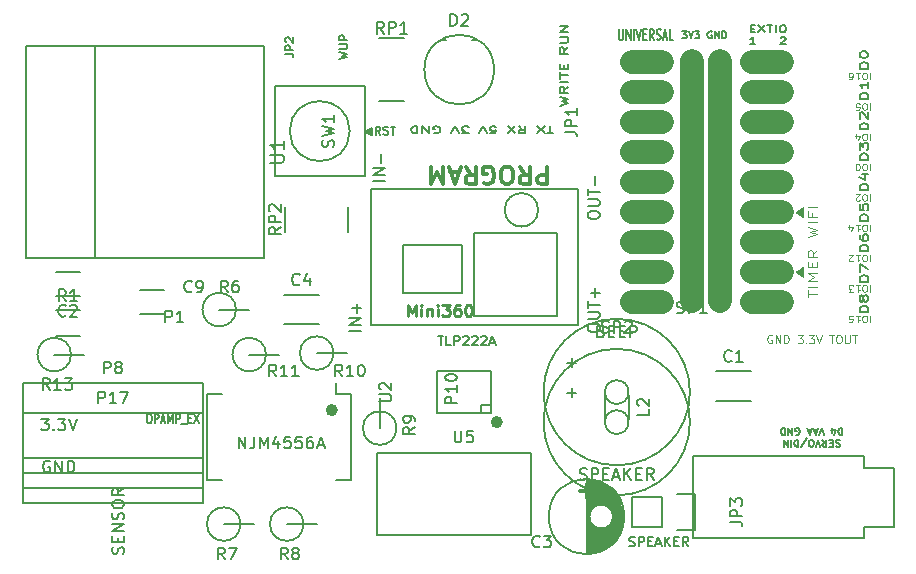
<source format=gbr>
G04 #@! TF.FileFunction,Legend,Top*
%FSLAX46Y46*%
G04 Gerber Fmt 4.6, Leading zero omitted, Abs format (unit mm)*
G04 Created by KiCad (PCBNEW 4.0.2+dfsg1-stable) date 2016年08月02日 19時37分39秒*
%MOMM*%
G01*
G04 APERTURE LIST*
%ADD10C,0.100000*%
%ADD11C,0.200000*%
%ADD12C,2.000000*%
%ADD13C,0.500000*%
%ADD14C,0.150000*%
%ADD15C,0.250000*%
%ADD16C,0.300000*%
%ADD17C,0.175000*%
%ADD18C,0.170000*%
%ADD19C,0.125000*%
G04 APERTURE END LIST*
D10*
D11*
X187750762Y-138753810D02*
X187865048Y-138791905D01*
X188055524Y-138791905D01*
X188131714Y-138753810D01*
X188169810Y-138715714D01*
X188207905Y-138639524D01*
X188207905Y-138563333D01*
X188169810Y-138487143D01*
X188131714Y-138449048D01*
X188055524Y-138410952D01*
X187903143Y-138372857D01*
X187826952Y-138334762D01*
X187788857Y-138296667D01*
X187750762Y-138220476D01*
X187750762Y-138144286D01*
X187788857Y-138068095D01*
X187826952Y-138030000D01*
X187903143Y-137991905D01*
X188093619Y-137991905D01*
X188207905Y-138030000D01*
X188550762Y-138791905D02*
X188550762Y-137991905D01*
X188855524Y-137991905D01*
X188931715Y-138030000D01*
X188969810Y-138068095D01*
X189007905Y-138144286D01*
X189007905Y-138258571D01*
X188969810Y-138334762D01*
X188931715Y-138372857D01*
X188855524Y-138410952D01*
X188550762Y-138410952D01*
X189350762Y-138372857D02*
X189617429Y-138372857D01*
X189731715Y-138791905D02*
X189350762Y-138791905D01*
X189350762Y-137991905D01*
X189731715Y-137991905D01*
X190036477Y-138563333D02*
X190417429Y-138563333D01*
X189960286Y-138791905D02*
X190226953Y-137991905D01*
X190493620Y-138791905D01*
X190760286Y-138791905D02*
X190760286Y-137991905D01*
X191217429Y-138791905D02*
X190874572Y-138334762D01*
X191217429Y-137991905D02*
X190760286Y-138449048D01*
X191560286Y-138372857D02*
X191826953Y-138372857D01*
X191941239Y-138791905D02*
X191560286Y-138791905D01*
X191560286Y-137991905D01*
X191941239Y-137991905D01*
X192741239Y-138791905D02*
X192474572Y-138410952D01*
X192284096Y-138791905D02*
X192284096Y-137991905D01*
X192588858Y-137991905D01*
X192665049Y-138030000D01*
X192703144Y-138068095D01*
X192741239Y-138144286D01*
X192741239Y-138258571D01*
X192703144Y-138334762D01*
X192665049Y-138372857D01*
X192588858Y-138410952D01*
X192284096Y-138410952D01*
X137969810Y-127976381D02*
X138588858Y-127976381D01*
X138255524Y-128357333D01*
X138398382Y-128357333D01*
X138493620Y-128404952D01*
X138541239Y-128452571D01*
X138588858Y-128547810D01*
X138588858Y-128785905D01*
X138541239Y-128881143D01*
X138493620Y-128928762D01*
X138398382Y-128976381D01*
X138112667Y-128976381D01*
X138017429Y-128928762D01*
X137969810Y-128881143D01*
X139017429Y-128881143D02*
X139065048Y-128928762D01*
X139017429Y-128976381D01*
X138969810Y-128928762D01*
X139017429Y-128881143D01*
X139017429Y-128976381D01*
X139398381Y-127976381D02*
X140017429Y-127976381D01*
X139684095Y-128357333D01*
X139826953Y-128357333D01*
X139922191Y-128404952D01*
X139969810Y-128452571D01*
X140017429Y-128547810D01*
X140017429Y-128785905D01*
X139969810Y-128881143D01*
X139922191Y-128928762D01*
X139826953Y-128976381D01*
X139541238Y-128976381D01*
X139446000Y-128928762D01*
X139398381Y-128881143D01*
X140303143Y-127976381D02*
X140636476Y-128976381D01*
X140969810Y-127976381D01*
D10*
X202405810Y-115934857D02*
X202443905Y-115934857D01*
X202329619Y-115887238D02*
X202443905Y-115887238D01*
X202253429Y-115839619D02*
X202443905Y-115839619D01*
X202177238Y-115792000D02*
X202443905Y-115792000D01*
X202139143Y-115744381D02*
X202443905Y-115744381D01*
X202062952Y-115696762D02*
X202443905Y-115696762D01*
X201986762Y-115649142D02*
X202443905Y-115649142D01*
X201910571Y-115601523D02*
X202443905Y-115601523D01*
X201834381Y-115553904D02*
X202443905Y-115553904D01*
X201910571Y-115506285D02*
X202443905Y-115506285D01*
X201986762Y-115458666D02*
X202443905Y-115458666D01*
X202062952Y-115411047D02*
X202443905Y-115411047D01*
X202139143Y-115363428D02*
X202443905Y-115363428D01*
X202177238Y-115315809D02*
X202443905Y-115315809D01*
X202253429Y-115268190D02*
X202443905Y-115268190D01*
X202329619Y-115220571D02*
X202443905Y-115220571D01*
X202443905Y-115172952D02*
X201872476Y-115553904D01*
X202443905Y-115934857D01*
X202405810Y-115172952D02*
X202443905Y-115172952D01*
X201834381Y-115553904D02*
X202443905Y-115125333D01*
X202443905Y-115982476D01*
X201834381Y-115553904D01*
X202405810Y-110887237D02*
X202443905Y-110887237D01*
X202329619Y-110839618D02*
X202443905Y-110839618D01*
X202253429Y-110791999D02*
X202443905Y-110791999D01*
X202177238Y-110744380D02*
X202443905Y-110744380D01*
X202139143Y-110696761D02*
X202443905Y-110696761D01*
X202062952Y-110649142D02*
X202443905Y-110649142D01*
X201986762Y-110601522D02*
X202443905Y-110601522D01*
X201910571Y-110553903D02*
X202443905Y-110553903D01*
X201834381Y-110506284D02*
X202443905Y-110506284D01*
X201910571Y-110458665D02*
X202443905Y-110458665D01*
X201986762Y-110411046D02*
X202443905Y-110411046D01*
X202062952Y-110363427D02*
X202443905Y-110363427D01*
X202139143Y-110315808D02*
X202443905Y-110315808D01*
X202177238Y-110268189D02*
X202443905Y-110268189D01*
X202253429Y-110220570D02*
X202443905Y-110220570D01*
X202329619Y-110172951D02*
X202443905Y-110172951D01*
X202443905Y-110125332D02*
X201872476Y-110506284D01*
X202443905Y-110887237D01*
X202405810Y-110125332D02*
X202443905Y-110125332D01*
X201834381Y-110506284D02*
X202443905Y-110077713D01*
X202443905Y-110934856D01*
X201834381Y-110506284D01*
X202863905Y-117696761D02*
X202863905Y-117125332D01*
X203663905Y-117411047D02*
X202863905Y-117411047D01*
X203663905Y-116791999D02*
X202863905Y-116791999D01*
X203663905Y-116315809D02*
X202863905Y-116315809D01*
X203435333Y-115982475D01*
X202863905Y-115649142D01*
X203663905Y-115649142D01*
X203244857Y-115172952D02*
X203244857Y-114839618D01*
X203663905Y-114696761D02*
X203663905Y-115172952D01*
X202863905Y-115172952D01*
X202863905Y-114696761D01*
X203663905Y-113696761D02*
X203282952Y-114030095D01*
X203663905Y-114268190D02*
X202863905Y-114268190D01*
X202863905Y-113887237D01*
X202902000Y-113791999D01*
X202940095Y-113744380D01*
X203016286Y-113696761D01*
X203130571Y-113696761D01*
X203206762Y-113744380D01*
X203244857Y-113791999D01*
X203282952Y-113887237D01*
X203282952Y-114268190D01*
X202863905Y-112601523D02*
X203663905Y-112363428D01*
X203092476Y-112172951D01*
X203663905Y-111982475D01*
X202863905Y-111744380D01*
X203663905Y-111363428D02*
X202863905Y-111363428D01*
X203244857Y-110553904D02*
X203244857Y-110887238D01*
X203663905Y-110887238D02*
X202863905Y-110887238D01*
X202863905Y-110411047D01*
X203663905Y-110030095D02*
X202863905Y-110030095D01*
D12*
X198120000Y-97790000D02*
X200660000Y-97790000D01*
X198120000Y-100330000D02*
X200660000Y-100330000D01*
X187960000Y-115570000D02*
X190500000Y-115570000D01*
X187960000Y-118110000D02*
X190500000Y-118110000D01*
D13*
X162828000Y-127254000D02*
G75*
G03X162828000Y-127254000I-268000J0D01*
G01*
X176798000Y-128270000D02*
G75*
G03X176798000Y-128270000I-268000J0D01*
G01*
D11*
X171551904Y-120973905D02*
X172009047Y-120973905D01*
X171780476Y-121773905D02*
X171780476Y-120973905D01*
X172656667Y-121773905D02*
X172275714Y-121773905D01*
X172275714Y-120973905D01*
X172923333Y-121773905D02*
X172923333Y-120973905D01*
X173228095Y-120973905D01*
X173304286Y-121012000D01*
X173342381Y-121050095D01*
X173380476Y-121126286D01*
X173380476Y-121240571D01*
X173342381Y-121316762D01*
X173304286Y-121354857D01*
X173228095Y-121392952D01*
X172923333Y-121392952D01*
X173685238Y-121050095D02*
X173723333Y-121012000D01*
X173799524Y-120973905D01*
X173990000Y-120973905D01*
X174066190Y-121012000D01*
X174104286Y-121050095D01*
X174142381Y-121126286D01*
X174142381Y-121202476D01*
X174104286Y-121316762D01*
X173647143Y-121773905D01*
X174142381Y-121773905D01*
X174447143Y-121050095D02*
X174485238Y-121012000D01*
X174561429Y-120973905D01*
X174751905Y-120973905D01*
X174828095Y-121012000D01*
X174866191Y-121050095D01*
X174904286Y-121126286D01*
X174904286Y-121202476D01*
X174866191Y-121316762D01*
X174409048Y-121773905D01*
X174904286Y-121773905D01*
X175209048Y-121050095D02*
X175247143Y-121012000D01*
X175323334Y-120973905D01*
X175513810Y-120973905D01*
X175590000Y-121012000D01*
X175628096Y-121050095D01*
X175666191Y-121126286D01*
X175666191Y-121202476D01*
X175628096Y-121316762D01*
X175170953Y-121773905D01*
X175666191Y-121773905D01*
X175970953Y-121545333D02*
X176351905Y-121545333D01*
X175894762Y-121773905D02*
X176161429Y-120973905D01*
X176428096Y-121773905D01*
D14*
X147055143Y-127577905D02*
X147169429Y-127577905D01*
X147226571Y-127616000D01*
X147283714Y-127692190D01*
X147312286Y-127844571D01*
X147312286Y-128111238D01*
X147283714Y-128263619D01*
X147226571Y-128339810D01*
X147169429Y-128377905D01*
X147055143Y-128377905D01*
X146998000Y-128339810D01*
X146940857Y-128263619D01*
X146912286Y-128111238D01*
X146912286Y-127844571D01*
X146940857Y-127692190D01*
X146998000Y-127616000D01*
X147055143Y-127577905D01*
X147569428Y-128377905D02*
X147569428Y-127577905D01*
X147798000Y-127577905D01*
X147855142Y-127616000D01*
X147883714Y-127654095D01*
X147912285Y-127730286D01*
X147912285Y-127844571D01*
X147883714Y-127920762D01*
X147855142Y-127958857D01*
X147798000Y-127996952D01*
X147569428Y-127996952D01*
X148140857Y-128149333D02*
X148426571Y-128149333D01*
X148083714Y-128377905D02*
X148283714Y-127577905D01*
X148483714Y-128377905D01*
X148683714Y-128377905D02*
X148683714Y-127577905D01*
X148883714Y-128149333D01*
X149083714Y-127577905D01*
X149083714Y-128377905D01*
X149369428Y-128377905D02*
X149369428Y-127577905D01*
X149598000Y-127577905D01*
X149655142Y-127616000D01*
X149683714Y-127654095D01*
X149712285Y-127730286D01*
X149712285Y-127844571D01*
X149683714Y-127920762D01*
X149655142Y-127958857D01*
X149598000Y-127996952D01*
X149369428Y-127996952D01*
X149826571Y-128454095D02*
X150283714Y-128454095D01*
X150426571Y-127958857D02*
X150626571Y-127958857D01*
X150712285Y-128377905D02*
X150426571Y-128377905D01*
X150426571Y-127577905D01*
X150712285Y-127577905D01*
X150912285Y-127577905D02*
X151312285Y-128377905D01*
X151312285Y-127577905D02*
X150912285Y-128377905D01*
D11*
X138684096Y-131580000D02*
X138588858Y-131532381D01*
X138446001Y-131532381D01*
X138303143Y-131580000D01*
X138207905Y-131675238D01*
X138160286Y-131770476D01*
X138112667Y-131960952D01*
X138112667Y-132103810D01*
X138160286Y-132294286D01*
X138207905Y-132389524D01*
X138303143Y-132484762D01*
X138446001Y-132532381D01*
X138541239Y-132532381D01*
X138684096Y-132484762D01*
X138731715Y-132437143D01*
X138731715Y-132103810D01*
X138541239Y-132103810D01*
X139160286Y-132532381D02*
X139160286Y-131532381D01*
X139731715Y-132532381D01*
X139731715Y-131532381D01*
X140207905Y-132532381D02*
X140207905Y-131532381D01*
X140446000Y-131532381D01*
X140588858Y-131580000D01*
X140684096Y-131675238D01*
X140731715Y-131770476D01*
X140779334Y-131960952D01*
X140779334Y-132103810D01*
X140731715Y-132294286D01*
X140684096Y-132389524D01*
X140588858Y-132484762D01*
X140446000Y-132532381D01*
X140207905Y-132532381D01*
X144930762Y-139413905D02*
X144978381Y-139271048D01*
X144978381Y-139032952D01*
X144930762Y-138937714D01*
X144883143Y-138890095D01*
X144787905Y-138842476D01*
X144692667Y-138842476D01*
X144597429Y-138890095D01*
X144549810Y-138937714D01*
X144502190Y-139032952D01*
X144454571Y-139223429D01*
X144406952Y-139318667D01*
X144359333Y-139366286D01*
X144264095Y-139413905D01*
X144168857Y-139413905D01*
X144073619Y-139366286D01*
X144026000Y-139318667D01*
X143978381Y-139223429D01*
X143978381Y-138985333D01*
X144026000Y-138842476D01*
X144454571Y-138413905D02*
X144454571Y-138080571D01*
X144978381Y-137937714D02*
X144978381Y-138413905D01*
X143978381Y-138413905D01*
X143978381Y-137937714D01*
X144978381Y-137509143D02*
X143978381Y-137509143D01*
X144978381Y-136937714D01*
X143978381Y-136937714D01*
X144930762Y-136509143D02*
X144978381Y-136366286D01*
X144978381Y-136128190D01*
X144930762Y-136032952D01*
X144883143Y-135985333D01*
X144787905Y-135937714D01*
X144692667Y-135937714D01*
X144597429Y-135985333D01*
X144549810Y-136032952D01*
X144502190Y-136128190D01*
X144454571Y-136318667D01*
X144406952Y-136413905D01*
X144359333Y-136461524D01*
X144264095Y-136509143D01*
X144168857Y-136509143D01*
X144073619Y-136461524D01*
X144026000Y-136413905D01*
X143978381Y-136318667D01*
X143978381Y-136080571D01*
X144026000Y-135937714D01*
X143978381Y-135318667D02*
X143978381Y-135128190D01*
X144026000Y-135032952D01*
X144121238Y-134937714D01*
X144311714Y-134890095D01*
X144645048Y-134890095D01*
X144835524Y-134937714D01*
X144930762Y-135032952D01*
X144978381Y-135128190D01*
X144978381Y-135318667D01*
X144930762Y-135413905D01*
X144835524Y-135509143D01*
X144645048Y-135556762D01*
X144311714Y-135556762D01*
X144121238Y-135509143D01*
X144026000Y-135413905D01*
X143978381Y-135318667D01*
X144978381Y-133890095D02*
X144502190Y-134223429D01*
X144978381Y-134461524D02*
X143978381Y-134461524D01*
X143978381Y-134080571D01*
X144026000Y-133985333D01*
X144073619Y-133937714D01*
X144168857Y-133890095D01*
X144311714Y-133890095D01*
X144406952Y-133937714D01*
X144454571Y-133985333D01*
X144502190Y-134080571D01*
X144502190Y-134461524D01*
D15*
X169013524Y-119324381D02*
X169013524Y-118324381D01*
X169346858Y-119038667D01*
X169680191Y-118324381D01*
X169680191Y-119324381D01*
X170156381Y-119324381D02*
X170156381Y-118657714D01*
X170156381Y-118324381D02*
X170108762Y-118372000D01*
X170156381Y-118419619D01*
X170204000Y-118372000D01*
X170156381Y-118324381D01*
X170156381Y-118419619D01*
X170632571Y-118657714D02*
X170632571Y-119324381D01*
X170632571Y-118752952D02*
X170680190Y-118705333D01*
X170775428Y-118657714D01*
X170918286Y-118657714D01*
X171013524Y-118705333D01*
X171061143Y-118800571D01*
X171061143Y-119324381D01*
X171537333Y-119324381D02*
X171537333Y-118657714D01*
X171537333Y-118324381D02*
X171489714Y-118372000D01*
X171537333Y-118419619D01*
X171584952Y-118372000D01*
X171537333Y-118324381D01*
X171537333Y-118419619D01*
X171918285Y-118324381D02*
X172537333Y-118324381D01*
X172203999Y-118705333D01*
X172346857Y-118705333D01*
X172442095Y-118752952D01*
X172489714Y-118800571D01*
X172537333Y-118895810D01*
X172537333Y-119133905D01*
X172489714Y-119229143D01*
X172442095Y-119276762D01*
X172346857Y-119324381D01*
X172061142Y-119324381D01*
X171965904Y-119276762D01*
X171918285Y-119229143D01*
X173394476Y-118324381D02*
X173203999Y-118324381D01*
X173108761Y-118372000D01*
X173061142Y-118419619D01*
X172965904Y-118562476D01*
X172918285Y-118752952D01*
X172918285Y-119133905D01*
X172965904Y-119229143D01*
X173013523Y-119276762D01*
X173108761Y-119324381D01*
X173299238Y-119324381D01*
X173394476Y-119276762D01*
X173442095Y-119229143D01*
X173489714Y-119133905D01*
X173489714Y-118895810D01*
X173442095Y-118800571D01*
X173394476Y-118752952D01*
X173299238Y-118705333D01*
X173108761Y-118705333D01*
X173013523Y-118752952D01*
X172965904Y-118800571D01*
X172918285Y-118895810D01*
X174108761Y-118324381D02*
X174204000Y-118324381D01*
X174299238Y-118372000D01*
X174346857Y-118419619D01*
X174394476Y-118514857D01*
X174442095Y-118705333D01*
X174442095Y-118943429D01*
X174394476Y-119133905D01*
X174346857Y-119229143D01*
X174299238Y-119276762D01*
X174204000Y-119324381D01*
X174108761Y-119324381D01*
X174013523Y-119276762D01*
X173965904Y-119229143D01*
X173918285Y-119133905D01*
X173870666Y-118943429D01*
X173870666Y-118705333D01*
X173918285Y-118514857D01*
X173965904Y-118419619D01*
X174013523Y-118372000D01*
X174108761Y-118324381D01*
D14*
X186887429Y-95011143D02*
X186887429Y-95739714D01*
X186916001Y-95825429D01*
X186944572Y-95868286D01*
X187001715Y-95911143D01*
X187116001Y-95911143D01*
X187173143Y-95868286D01*
X187201715Y-95825429D01*
X187230286Y-95739714D01*
X187230286Y-95011143D01*
X187516000Y-95911143D02*
X187516000Y-95011143D01*
X187858857Y-95911143D01*
X187858857Y-95011143D01*
X188144571Y-95911143D02*
X188144571Y-95011143D01*
X188344571Y-95011143D02*
X188544571Y-95911143D01*
X188744571Y-95011143D01*
X188944571Y-95439714D02*
X189144571Y-95439714D01*
X189230285Y-95911143D02*
X188944571Y-95911143D01*
X188944571Y-95011143D01*
X189230285Y-95011143D01*
X189830285Y-95911143D02*
X189630285Y-95482571D01*
X189487428Y-95911143D02*
X189487428Y-95011143D01*
X189716000Y-95011143D01*
X189773142Y-95054000D01*
X189801714Y-95096857D01*
X189830285Y-95182571D01*
X189830285Y-95311143D01*
X189801714Y-95396857D01*
X189773142Y-95439714D01*
X189716000Y-95482571D01*
X189487428Y-95482571D01*
X190058857Y-95868286D02*
X190144571Y-95911143D01*
X190287428Y-95911143D01*
X190344571Y-95868286D01*
X190373142Y-95825429D01*
X190401714Y-95739714D01*
X190401714Y-95654000D01*
X190373142Y-95568286D01*
X190344571Y-95525429D01*
X190287428Y-95482571D01*
X190173142Y-95439714D01*
X190116000Y-95396857D01*
X190087428Y-95354000D01*
X190058857Y-95268286D01*
X190058857Y-95182571D01*
X190087428Y-95096857D01*
X190116000Y-95054000D01*
X190173142Y-95011143D01*
X190316000Y-95011143D01*
X190401714Y-95054000D01*
X190630286Y-95654000D02*
X190916000Y-95654000D01*
X190573143Y-95911143D02*
X190773143Y-95011143D01*
X190973143Y-95911143D01*
X191458857Y-95911143D02*
X191173143Y-95911143D01*
X191173143Y-95011143D01*
D16*
X180823571Y-106636429D02*
X180823571Y-108136429D01*
X180252143Y-108136429D01*
X180109285Y-108065000D01*
X180037857Y-107993571D01*
X179966428Y-107850714D01*
X179966428Y-107636429D01*
X180037857Y-107493571D01*
X180109285Y-107422143D01*
X180252143Y-107350714D01*
X180823571Y-107350714D01*
X178466428Y-106636429D02*
X178966428Y-107350714D01*
X179323571Y-106636429D02*
X179323571Y-108136429D01*
X178752143Y-108136429D01*
X178609285Y-108065000D01*
X178537857Y-107993571D01*
X178466428Y-107850714D01*
X178466428Y-107636429D01*
X178537857Y-107493571D01*
X178609285Y-107422143D01*
X178752143Y-107350714D01*
X179323571Y-107350714D01*
X177537857Y-108136429D02*
X177252143Y-108136429D01*
X177109285Y-108065000D01*
X176966428Y-107922143D01*
X176895000Y-107636429D01*
X176895000Y-107136429D01*
X176966428Y-106850714D01*
X177109285Y-106707857D01*
X177252143Y-106636429D01*
X177537857Y-106636429D01*
X177680714Y-106707857D01*
X177823571Y-106850714D01*
X177895000Y-107136429D01*
X177895000Y-107636429D01*
X177823571Y-107922143D01*
X177680714Y-108065000D01*
X177537857Y-108136429D01*
X175466428Y-108065000D02*
X175609285Y-108136429D01*
X175823571Y-108136429D01*
X176037856Y-108065000D01*
X176180714Y-107922143D01*
X176252142Y-107779286D01*
X176323571Y-107493571D01*
X176323571Y-107279286D01*
X176252142Y-106993571D01*
X176180714Y-106850714D01*
X176037856Y-106707857D01*
X175823571Y-106636429D01*
X175680714Y-106636429D01*
X175466428Y-106707857D01*
X175394999Y-106779286D01*
X175394999Y-107279286D01*
X175680714Y-107279286D01*
X173894999Y-106636429D02*
X174394999Y-107350714D01*
X174752142Y-106636429D02*
X174752142Y-108136429D01*
X174180714Y-108136429D01*
X174037856Y-108065000D01*
X173966428Y-107993571D01*
X173894999Y-107850714D01*
X173894999Y-107636429D01*
X173966428Y-107493571D01*
X174037856Y-107422143D01*
X174180714Y-107350714D01*
X174752142Y-107350714D01*
X173323571Y-107065000D02*
X172609285Y-107065000D01*
X173466428Y-106636429D02*
X172966428Y-108136429D01*
X172466428Y-106636429D01*
X171966428Y-106636429D02*
X171966428Y-108136429D01*
X171466428Y-107065000D01*
X170966428Y-108136429D01*
X170966428Y-106636429D01*
D14*
X192230856Y-95175429D02*
X192602285Y-95175429D01*
X192402285Y-95404000D01*
X192487999Y-95404000D01*
X192545142Y-95432571D01*
X192573713Y-95461143D01*
X192602285Y-95518286D01*
X192602285Y-95661143D01*
X192573713Y-95718286D01*
X192545142Y-95746857D01*
X192487999Y-95775429D01*
X192316571Y-95775429D01*
X192259428Y-95746857D01*
X192230856Y-95718286D01*
X192773714Y-95175429D02*
X192973714Y-95775429D01*
X193173714Y-95175429D01*
X193316571Y-95175429D02*
X193688000Y-95175429D01*
X193488000Y-95404000D01*
X193573714Y-95404000D01*
X193630857Y-95432571D01*
X193659428Y-95461143D01*
X193688000Y-95518286D01*
X193688000Y-95661143D01*
X193659428Y-95718286D01*
X193630857Y-95746857D01*
X193573714Y-95775429D01*
X193402286Y-95775429D01*
X193345143Y-95746857D01*
X193316571Y-95718286D01*
X194716572Y-95204000D02*
X194659429Y-95175429D01*
X194573715Y-95175429D01*
X194488000Y-95204000D01*
X194430858Y-95261143D01*
X194402286Y-95318286D01*
X194373715Y-95432571D01*
X194373715Y-95518286D01*
X194402286Y-95632571D01*
X194430858Y-95689714D01*
X194488000Y-95746857D01*
X194573715Y-95775429D01*
X194630858Y-95775429D01*
X194716572Y-95746857D01*
X194745143Y-95718286D01*
X194745143Y-95518286D01*
X194630858Y-95518286D01*
X195002286Y-95775429D02*
X195002286Y-95175429D01*
X195345143Y-95775429D01*
X195345143Y-95175429D01*
X195630857Y-95775429D02*
X195630857Y-95175429D01*
X195773714Y-95175429D01*
X195859429Y-95204000D01*
X195916571Y-95261143D01*
X195945143Y-95318286D01*
X195973714Y-95432571D01*
X195973714Y-95518286D01*
X195945143Y-95632571D01*
X195916571Y-95689714D01*
X195859429Y-95746857D01*
X195773714Y-95775429D01*
X195630857Y-95775429D01*
D16*
X184721428Y-134092143D02*
X183578571Y-134092143D01*
X184150000Y-134663571D02*
X184150000Y-133520714D01*
D14*
X205585713Y-129792143D02*
X205499999Y-129763571D01*
X205357142Y-129763571D01*
X205299999Y-129792143D01*
X205271428Y-129820714D01*
X205242856Y-129877857D01*
X205242856Y-129935000D01*
X205271428Y-129992143D01*
X205299999Y-130020714D01*
X205357142Y-130049286D01*
X205471428Y-130077857D01*
X205528570Y-130106429D01*
X205557142Y-130135000D01*
X205585713Y-130192143D01*
X205585713Y-130249286D01*
X205557142Y-130306429D01*
X205528570Y-130335000D01*
X205471428Y-130363571D01*
X205328570Y-130363571D01*
X205242856Y-130335000D01*
X204985713Y-130077857D02*
X204785713Y-130077857D01*
X204699999Y-129763571D02*
X204985713Y-129763571D01*
X204985713Y-130363571D01*
X204699999Y-130363571D01*
X204099999Y-129763571D02*
X204299999Y-130049286D01*
X204442856Y-129763571D02*
X204442856Y-130363571D01*
X204214284Y-130363571D01*
X204157142Y-130335000D01*
X204128570Y-130306429D01*
X204099999Y-130249286D01*
X204099999Y-130163571D01*
X204128570Y-130106429D01*
X204157142Y-130077857D01*
X204214284Y-130049286D01*
X204442856Y-130049286D01*
X203928570Y-130363571D02*
X203728570Y-129763571D01*
X203528570Y-130363571D01*
X203214284Y-130363571D02*
X203099998Y-130363571D01*
X203042856Y-130335000D01*
X202985713Y-130277857D01*
X202957141Y-130163571D01*
X202957141Y-129963571D01*
X202985713Y-129849286D01*
X203042856Y-129792143D01*
X203099998Y-129763571D01*
X203214284Y-129763571D01*
X203271427Y-129792143D01*
X203328570Y-129849286D01*
X203357141Y-129963571D01*
X203357141Y-130163571D01*
X203328570Y-130277857D01*
X203271427Y-130335000D01*
X203214284Y-130363571D01*
X202271427Y-130392143D02*
X202785713Y-129620714D01*
X202071428Y-129763571D02*
X202071428Y-130363571D01*
X201928571Y-130363571D01*
X201842856Y-130335000D01*
X201785714Y-130277857D01*
X201757142Y-130220714D01*
X201728571Y-130106429D01*
X201728571Y-130020714D01*
X201757142Y-129906429D01*
X201785714Y-129849286D01*
X201842856Y-129792143D01*
X201928571Y-129763571D01*
X202071428Y-129763571D01*
X201471428Y-129763571D02*
X201471428Y-130363571D01*
X201185714Y-129763571D02*
X201185714Y-130363571D01*
X200842857Y-129763571D01*
X200842857Y-130363571D01*
X205785715Y-128773571D02*
X205785715Y-129373571D01*
X205642858Y-129373571D01*
X205557143Y-129345000D01*
X205500001Y-129287857D01*
X205471429Y-129230714D01*
X205442858Y-129116429D01*
X205442858Y-129030714D01*
X205471429Y-128916429D01*
X205500001Y-128859286D01*
X205557143Y-128802143D01*
X205642858Y-128773571D01*
X205785715Y-128773571D01*
X204928572Y-129173571D02*
X204928572Y-128773571D01*
X205071429Y-129402143D02*
X205214286Y-128973571D01*
X204842858Y-128973571D01*
X204242857Y-129373571D02*
X204042857Y-128773571D01*
X203842857Y-129373571D01*
X203671428Y-128945000D02*
X203385714Y-128945000D01*
X203728571Y-128773571D02*
X203528571Y-129373571D01*
X203328571Y-128773571D01*
X203157142Y-128945000D02*
X202871428Y-128945000D01*
X203214285Y-128773571D02*
X203014285Y-129373571D01*
X202814285Y-128773571D01*
X201842856Y-129345000D02*
X201899999Y-129373571D01*
X201985713Y-129373571D01*
X202071428Y-129345000D01*
X202128570Y-129287857D01*
X202157142Y-129230714D01*
X202185713Y-129116429D01*
X202185713Y-129030714D01*
X202157142Y-128916429D01*
X202128570Y-128859286D01*
X202071428Y-128802143D01*
X201985713Y-128773571D01*
X201928570Y-128773571D01*
X201842856Y-128802143D01*
X201814285Y-128830714D01*
X201814285Y-129030714D01*
X201928570Y-129030714D01*
X201557142Y-128773571D02*
X201557142Y-129373571D01*
X201214285Y-128773571D01*
X201214285Y-129373571D01*
X200928571Y-128773571D02*
X200928571Y-129373571D01*
X200785714Y-129373571D01*
X200699999Y-129345000D01*
X200642857Y-129287857D01*
X200614285Y-129230714D01*
X200585714Y-129116429D01*
X200585714Y-129030714D01*
X200614285Y-128916429D01*
X200642857Y-128859286D01*
X200699999Y-128802143D01*
X200785714Y-128773571D01*
X200928571Y-128773571D01*
D10*
X208137143Y-119247714D02*
X208137143Y-119787714D01*
X207737143Y-119787714D02*
X207622857Y-119787714D01*
X207565715Y-119762000D01*
X207508572Y-119710571D01*
X207480000Y-119607714D01*
X207480000Y-119427714D01*
X207508572Y-119324857D01*
X207565715Y-119273429D01*
X207622857Y-119247714D01*
X207737143Y-119247714D01*
X207794286Y-119273429D01*
X207851429Y-119324857D01*
X207880000Y-119427714D01*
X207880000Y-119607714D01*
X207851429Y-119710571D01*
X207794286Y-119762000D01*
X207737143Y-119787714D01*
X206908572Y-119247714D02*
X207251429Y-119247714D01*
X207080001Y-119247714D02*
X207080001Y-119787714D01*
X207137144Y-119710571D01*
X207194286Y-119659143D01*
X207251429Y-119633429D01*
X206365715Y-119787714D02*
X206651429Y-119787714D01*
X206680000Y-119530571D01*
X206651429Y-119556286D01*
X206594286Y-119582000D01*
X206451429Y-119582000D01*
X206394286Y-119556286D01*
X206365715Y-119530571D01*
X206337143Y-119479143D01*
X206337143Y-119350571D01*
X206365715Y-119299143D01*
X206394286Y-119273429D01*
X206451429Y-119247714D01*
X206594286Y-119247714D01*
X206651429Y-119273429D01*
X206680000Y-119299143D01*
X208137143Y-116679714D02*
X208137143Y-117219714D01*
X207737143Y-117219714D02*
X207622857Y-117219714D01*
X207565715Y-117194000D01*
X207508572Y-117142571D01*
X207480000Y-117039714D01*
X207480000Y-116859714D01*
X207508572Y-116756857D01*
X207565715Y-116705429D01*
X207622857Y-116679714D01*
X207737143Y-116679714D01*
X207794286Y-116705429D01*
X207851429Y-116756857D01*
X207880000Y-116859714D01*
X207880000Y-117039714D01*
X207851429Y-117142571D01*
X207794286Y-117194000D01*
X207737143Y-117219714D01*
X206908572Y-116679714D02*
X207251429Y-116679714D01*
X207080001Y-116679714D02*
X207080001Y-117219714D01*
X207137144Y-117142571D01*
X207194286Y-117091143D01*
X207251429Y-117065429D01*
X206708572Y-117219714D02*
X206337143Y-117219714D01*
X206537143Y-117014000D01*
X206451429Y-117014000D01*
X206394286Y-116988286D01*
X206365715Y-116962571D01*
X206337143Y-116911143D01*
X206337143Y-116782571D01*
X206365715Y-116731143D01*
X206394286Y-116705429D01*
X206451429Y-116679714D01*
X206622857Y-116679714D01*
X206680000Y-116705429D01*
X206708572Y-116731143D01*
X208137143Y-114111714D02*
X208137143Y-114651714D01*
X207737143Y-114651714D02*
X207622857Y-114651714D01*
X207565715Y-114626000D01*
X207508572Y-114574571D01*
X207480000Y-114471714D01*
X207480000Y-114291714D01*
X207508572Y-114188857D01*
X207565715Y-114137429D01*
X207622857Y-114111714D01*
X207737143Y-114111714D01*
X207794286Y-114137429D01*
X207851429Y-114188857D01*
X207880000Y-114291714D01*
X207880000Y-114471714D01*
X207851429Y-114574571D01*
X207794286Y-114626000D01*
X207737143Y-114651714D01*
X206908572Y-114111714D02*
X207251429Y-114111714D01*
X207080001Y-114111714D02*
X207080001Y-114651714D01*
X207137144Y-114574571D01*
X207194286Y-114523143D01*
X207251429Y-114497429D01*
X206680000Y-114600286D02*
X206651429Y-114626000D01*
X206594286Y-114651714D01*
X206451429Y-114651714D01*
X206394286Y-114626000D01*
X206365715Y-114600286D01*
X206337143Y-114548857D01*
X206337143Y-114497429D01*
X206365715Y-114420286D01*
X206708572Y-114111714D01*
X206337143Y-114111714D01*
X208137143Y-111543714D02*
X208137143Y-112083714D01*
X207737143Y-112083714D02*
X207622857Y-112083714D01*
X207565715Y-112058000D01*
X207508572Y-112006571D01*
X207480000Y-111903714D01*
X207480000Y-111723714D01*
X207508572Y-111620857D01*
X207565715Y-111569429D01*
X207622857Y-111543714D01*
X207737143Y-111543714D01*
X207794286Y-111569429D01*
X207851429Y-111620857D01*
X207880000Y-111723714D01*
X207880000Y-111903714D01*
X207851429Y-112006571D01*
X207794286Y-112058000D01*
X207737143Y-112083714D01*
X206908572Y-111543714D02*
X207251429Y-111543714D01*
X207080001Y-111543714D02*
X207080001Y-112083714D01*
X207137144Y-112006571D01*
X207194286Y-111955143D01*
X207251429Y-111929429D01*
X206394286Y-111903714D02*
X206394286Y-111543714D01*
X206537143Y-112109429D02*
X206680000Y-111723714D01*
X206308572Y-111723714D01*
X208137143Y-108975714D02*
X208137143Y-109515714D01*
X207737143Y-109515714D02*
X207622857Y-109515714D01*
X207565715Y-109490000D01*
X207508572Y-109438571D01*
X207480000Y-109335714D01*
X207480000Y-109155714D01*
X207508572Y-109052857D01*
X207565715Y-109001429D01*
X207622857Y-108975714D01*
X207737143Y-108975714D01*
X207794286Y-109001429D01*
X207851429Y-109052857D01*
X207880000Y-109155714D01*
X207880000Y-109335714D01*
X207851429Y-109438571D01*
X207794286Y-109490000D01*
X207737143Y-109515714D01*
X207251429Y-109464286D02*
X207222858Y-109490000D01*
X207165715Y-109515714D01*
X207022858Y-109515714D01*
X206965715Y-109490000D01*
X206937144Y-109464286D01*
X206908572Y-109412857D01*
X206908572Y-109361429D01*
X206937144Y-109284286D01*
X207280001Y-108975714D01*
X206908572Y-108975714D01*
X208137143Y-106407714D02*
X208137143Y-106947714D01*
X207737143Y-106947714D02*
X207622857Y-106947714D01*
X207565715Y-106922000D01*
X207508572Y-106870571D01*
X207480000Y-106767714D01*
X207480000Y-106587714D01*
X207508572Y-106484857D01*
X207565715Y-106433429D01*
X207622857Y-106407714D01*
X207737143Y-106407714D01*
X207794286Y-106433429D01*
X207851429Y-106484857D01*
X207880000Y-106587714D01*
X207880000Y-106767714D01*
X207851429Y-106870571D01*
X207794286Y-106922000D01*
X207737143Y-106947714D01*
X207108572Y-106947714D02*
X207051429Y-106947714D01*
X206994286Y-106922000D01*
X206965715Y-106896286D01*
X206937144Y-106844857D01*
X206908572Y-106742000D01*
X206908572Y-106613429D01*
X206937144Y-106510571D01*
X206965715Y-106459143D01*
X206994286Y-106433429D01*
X207051429Y-106407714D01*
X207108572Y-106407714D01*
X207165715Y-106433429D01*
X207194286Y-106459143D01*
X207222858Y-106510571D01*
X207251429Y-106613429D01*
X207251429Y-106742000D01*
X207222858Y-106844857D01*
X207194286Y-106896286D01*
X207165715Y-106922000D01*
X207108572Y-106947714D01*
X208137143Y-103839714D02*
X208137143Y-104379714D01*
X207737143Y-104379714D02*
X207622857Y-104379714D01*
X207565715Y-104354000D01*
X207508572Y-104302571D01*
X207480000Y-104199714D01*
X207480000Y-104019714D01*
X207508572Y-103916857D01*
X207565715Y-103865429D01*
X207622857Y-103839714D01*
X207737143Y-103839714D01*
X207794286Y-103865429D01*
X207851429Y-103916857D01*
X207880000Y-104019714D01*
X207880000Y-104199714D01*
X207851429Y-104302571D01*
X207794286Y-104354000D01*
X207737143Y-104379714D01*
X206965715Y-104199714D02*
X206965715Y-103839714D01*
X207108572Y-104405429D02*
X207251429Y-104019714D01*
X206880001Y-104019714D01*
X208137143Y-101271714D02*
X208137143Y-101811714D01*
X207737143Y-101811714D02*
X207622857Y-101811714D01*
X207565715Y-101786000D01*
X207508572Y-101734571D01*
X207480000Y-101631714D01*
X207480000Y-101451714D01*
X207508572Y-101348857D01*
X207565715Y-101297429D01*
X207622857Y-101271714D01*
X207737143Y-101271714D01*
X207794286Y-101297429D01*
X207851429Y-101348857D01*
X207880000Y-101451714D01*
X207880000Y-101631714D01*
X207851429Y-101734571D01*
X207794286Y-101786000D01*
X207737143Y-101811714D01*
X206937144Y-101811714D02*
X207222858Y-101811714D01*
X207251429Y-101554571D01*
X207222858Y-101580286D01*
X207165715Y-101606000D01*
X207022858Y-101606000D01*
X206965715Y-101580286D01*
X206937144Y-101554571D01*
X206908572Y-101503143D01*
X206908572Y-101374571D01*
X206937144Y-101323143D01*
X206965715Y-101297429D01*
X207022858Y-101271714D01*
X207165715Y-101271714D01*
X207222858Y-101297429D01*
X207251429Y-101323143D01*
X208137143Y-98703714D02*
X208137143Y-99243714D01*
X207737143Y-99243714D02*
X207622857Y-99243714D01*
X207565715Y-99218000D01*
X207508572Y-99166571D01*
X207480000Y-99063714D01*
X207480000Y-98883714D01*
X207508572Y-98780857D01*
X207565715Y-98729429D01*
X207622857Y-98703714D01*
X207737143Y-98703714D01*
X207794286Y-98729429D01*
X207851429Y-98780857D01*
X207880000Y-98883714D01*
X207880000Y-99063714D01*
X207851429Y-99166571D01*
X207794286Y-99218000D01*
X207737143Y-99243714D01*
X206908572Y-98703714D02*
X207251429Y-98703714D01*
X207080001Y-98703714D02*
X207080001Y-99243714D01*
X207137144Y-99166571D01*
X207194286Y-99115143D01*
X207251429Y-99089429D01*
X206394286Y-99243714D02*
X206508572Y-99243714D01*
X206565715Y-99218000D01*
X206594286Y-99192286D01*
X206651429Y-99115143D01*
X206680000Y-99012286D01*
X206680000Y-98806571D01*
X206651429Y-98755143D01*
X206622857Y-98729429D01*
X206565715Y-98703714D01*
X206451429Y-98703714D01*
X206394286Y-98729429D01*
X206365715Y-98755143D01*
X206337143Y-98806571D01*
X206337143Y-98935143D01*
X206365715Y-98986571D01*
X206394286Y-99012286D01*
X206451429Y-99038000D01*
X206565715Y-99038000D01*
X206622857Y-99012286D01*
X206651429Y-98986571D01*
X206680000Y-98935143D01*
D17*
X181861667Y-101495000D02*
X182561667Y-101280714D01*
X182061667Y-101109285D01*
X182561667Y-100937857D01*
X181861667Y-100723571D01*
X182561667Y-99866429D02*
X182228333Y-100166429D01*
X182561667Y-100380714D02*
X181861667Y-100380714D01*
X181861667Y-100037857D01*
X181895000Y-99952143D01*
X181928333Y-99909286D01*
X181995000Y-99866429D01*
X182095000Y-99866429D01*
X182161667Y-99909286D01*
X182195000Y-99952143D01*
X182228333Y-100037857D01*
X182228333Y-100380714D01*
X182561667Y-99480714D02*
X181861667Y-99480714D01*
X181861667Y-99180715D02*
X181861667Y-98666429D01*
X182561667Y-98923572D02*
X181861667Y-98923572D01*
X182195000Y-98366429D02*
X182195000Y-98066429D01*
X182561667Y-97937858D02*
X182561667Y-98366429D01*
X181861667Y-98366429D01*
X181861667Y-97937858D01*
X182561667Y-96549286D02*
X182228333Y-96849286D01*
X182561667Y-97063571D02*
X181861667Y-97063571D01*
X181861667Y-96720714D01*
X181895000Y-96635000D01*
X181928333Y-96592143D01*
X181995000Y-96549286D01*
X182095000Y-96549286D01*
X182161667Y-96592143D01*
X182195000Y-96635000D01*
X182228333Y-96720714D01*
X182228333Y-97063571D01*
X181861667Y-96163571D02*
X182428333Y-96163571D01*
X182495000Y-96120714D01*
X182528333Y-96077857D01*
X182561667Y-95992143D01*
X182561667Y-95820714D01*
X182528333Y-95735000D01*
X182495000Y-95692143D01*
X182428333Y-95649286D01*
X181861667Y-95649286D01*
X182561667Y-95220714D02*
X181861667Y-95220714D01*
X182561667Y-94706429D01*
X181861667Y-94706429D01*
D18*
X163192667Y-97536666D02*
X163892667Y-97369999D01*
X163392667Y-97236666D01*
X163892667Y-97103333D01*
X163192667Y-96936666D01*
X163192667Y-96669999D02*
X163759333Y-96669999D01*
X163826000Y-96636666D01*
X163859333Y-96603333D01*
X163892667Y-96536666D01*
X163892667Y-96403333D01*
X163859333Y-96336666D01*
X163826000Y-96303333D01*
X163759333Y-96269999D01*
X163192667Y-96269999D01*
X163892667Y-95936666D02*
X163192667Y-95936666D01*
X163192667Y-95670000D01*
X163226000Y-95603333D01*
X163259333Y-95570000D01*
X163326000Y-95536666D01*
X163426000Y-95536666D01*
X163492667Y-95570000D01*
X163526000Y-95603333D01*
X163559333Y-95670000D01*
X163559333Y-95936666D01*
D12*
X198120000Y-118110000D02*
X200660000Y-118110000D01*
X187960000Y-113030000D02*
X190500000Y-113030000D01*
X198120000Y-115570000D02*
X200660000Y-115570000D01*
X187960000Y-110490000D02*
X190500000Y-110490000D01*
X187960000Y-107950000D02*
X190500000Y-107950000D01*
X198120000Y-113030000D02*
X200660000Y-113030000D01*
X198120000Y-110490000D02*
X200660000Y-110490000D01*
X198120000Y-107950000D02*
X200660000Y-107950000D01*
X187960000Y-105410000D02*
X190500000Y-105410000D01*
X187960000Y-102870000D02*
X190500000Y-102870000D01*
X187960000Y-100330000D02*
X190500000Y-100330000D01*
X198120000Y-105410000D02*
X200660000Y-105410000D01*
X187960000Y-97790000D02*
X190500000Y-97790000D01*
X198120000Y-102870000D02*
X200660000Y-102870000D01*
X195426000Y-97663000D02*
X195426000Y-118000000D01*
X193040000Y-97663000D02*
X193040000Y-118000000D01*
D14*
X198044190Y-94966143D02*
X198310857Y-94966143D01*
X198425143Y-95280429D02*
X198044190Y-95280429D01*
X198044190Y-94680429D01*
X198425143Y-94680429D01*
X198691810Y-94680429D02*
X199225143Y-95280429D01*
X199225143Y-94680429D02*
X198691810Y-95280429D01*
X199415619Y-94680429D02*
X199872762Y-94680429D01*
X199644191Y-95280429D02*
X199644191Y-94680429D01*
X200139429Y-95280429D02*
X200139429Y-94680429D01*
X200672762Y-94680429D02*
X200825143Y-94680429D01*
X200901334Y-94709000D01*
X200977524Y-94766143D01*
X201015619Y-94880429D01*
X201015619Y-95080429D01*
X200977524Y-95194714D01*
X200901334Y-95251857D01*
X200825143Y-95280429D01*
X200672762Y-95280429D01*
X200596572Y-95251857D01*
X200520381Y-95194714D01*
X200482286Y-95080429D01*
X200482286Y-94880429D01*
X200520381Y-94766143D01*
X200596572Y-94709000D01*
X200672762Y-94680429D01*
X198425142Y-96270429D02*
X197967999Y-96270429D01*
X198196570Y-96270429D02*
X198196570Y-95670429D01*
X198120380Y-95756143D01*
X198044189Y-95813286D01*
X197967999Y-95841857D01*
X200558476Y-95727571D02*
X200596571Y-95699000D01*
X200672762Y-95670429D01*
X200863238Y-95670429D01*
X200939428Y-95699000D01*
X200977524Y-95727571D01*
X201015619Y-95784714D01*
X201015619Y-95841857D01*
X200977524Y-95927571D01*
X200520381Y-96270429D01*
X201015619Y-96270429D01*
X207961667Y-118965479D02*
X207261667Y-118965479D01*
X207261667Y-118739288D01*
X207295000Y-118603574D01*
X207361667Y-118513098D01*
X207428333Y-118467859D01*
X207561667Y-118422621D01*
X207661667Y-118422621D01*
X207795000Y-118467859D01*
X207861667Y-118513098D01*
X207928333Y-118603574D01*
X207961667Y-118739288D01*
X207961667Y-118965479D01*
X207561667Y-117879764D02*
X207528333Y-117970240D01*
X207495000Y-118015479D01*
X207428333Y-118060717D01*
X207395000Y-118060717D01*
X207328333Y-118015479D01*
X207295000Y-117970240D01*
X207261667Y-117879764D01*
X207261667Y-117698812D01*
X207295000Y-117608336D01*
X207328333Y-117563098D01*
X207395000Y-117517859D01*
X207428333Y-117517859D01*
X207495000Y-117563098D01*
X207528333Y-117608336D01*
X207561667Y-117698812D01*
X207561667Y-117879764D01*
X207595000Y-117970240D01*
X207628333Y-118015479D01*
X207695000Y-118060717D01*
X207828333Y-118060717D01*
X207895000Y-118015479D01*
X207928333Y-117970240D01*
X207961667Y-117879764D01*
X207961667Y-117698812D01*
X207928333Y-117608336D01*
X207895000Y-117563098D01*
X207828333Y-117517859D01*
X207695000Y-117517859D01*
X207628333Y-117563098D01*
X207595000Y-117608336D01*
X207561667Y-117698812D01*
X207961667Y-116386907D02*
X207261667Y-116386907D01*
X207261667Y-116160716D01*
X207295000Y-116025002D01*
X207361667Y-115934526D01*
X207428333Y-115889287D01*
X207561667Y-115844049D01*
X207661667Y-115844049D01*
X207795000Y-115889287D01*
X207861667Y-115934526D01*
X207928333Y-116025002D01*
X207961667Y-116160716D01*
X207961667Y-116386907D01*
X207261667Y-115527383D02*
X207261667Y-114894049D01*
X207961667Y-115301192D01*
X207961667Y-113808335D02*
X207261667Y-113808335D01*
X207261667Y-113582144D01*
X207295000Y-113446430D01*
X207361667Y-113355954D01*
X207428333Y-113310715D01*
X207561667Y-113265477D01*
X207661667Y-113265477D01*
X207795000Y-113310715D01*
X207861667Y-113355954D01*
X207928333Y-113446430D01*
X207961667Y-113582144D01*
X207961667Y-113808335D01*
X207261667Y-112451192D02*
X207261667Y-112632144D01*
X207295000Y-112722620D01*
X207328333Y-112767858D01*
X207428333Y-112858335D01*
X207561667Y-112903573D01*
X207828333Y-112903573D01*
X207895000Y-112858335D01*
X207928333Y-112813096D01*
X207961667Y-112722620D01*
X207961667Y-112541668D01*
X207928333Y-112451192D01*
X207895000Y-112405954D01*
X207828333Y-112360715D01*
X207661667Y-112360715D01*
X207595000Y-112405954D01*
X207561667Y-112451192D01*
X207528333Y-112541668D01*
X207528333Y-112722620D01*
X207561667Y-112813096D01*
X207595000Y-112858335D01*
X207661667Y-112903573D01*
X207961667Y-111229763D02*
X207261667Y-111229763D01*
X207261667Y-111003572D01*
X207295000Y-110867858D01*
X207361667Y-110777382D01*
X207428333Y-110732143D01*
X207561667Y-110686905D01*
X207661667Y-110686905D01*
X207795000Y-110732143D01*
X207861667Y-110777382D01*
X207928333Y-110867858D01*
X207961667Y-111003572D01*
X207961667Y-111229763D01*
X207261667Y-109827382D02*
X207261667Y-110279763D01*
X207595000Y-110325001D01*
X207561667Y-110279763D01*
X207528333Y-110189286D01*
X207528333Y-109963096D01*
X207561667Y-109872620D01*
X207595000Y-109827382D01*
X207661667Y-109782143D01*
X207828333Y-109782143D01*
X207895000Y-109827382D01*
X207928333Y-109872620D01*
X207961667Y-109963096D01*
X207961667Y-110189286D01*
X207928333Y-110279763D01*
X207895000Y-110325001D01*
X207961667Y-108651191D02*
X207261667Y-108651191D01*
X207261667Y-108425000D01*
X207295000Y-108289286D01*
X207361667Y-108198810D01*
X207428333Y-108153571D01*
X207561667Y-108108333D01*
X207661667Y-108108333D01*
X207795000Y-108153571D01*
X207861667Y-108198810D01*
X207928333Y-108289286D01*
X207961667Y-108425000D01*
X207961667Y-108651191D01*
X207495000Y-107294048D02*
X207961667Y-107294048D01*
X207228333Y-107520238D02*
X207728333Y-107746429D01*
X207728333Y-107158333D01*
X207961667Y-106072619D02*
X207261667Y-106072619D01*
X207261667Y-105846428D01*
X207295000Y-105710714D01*
X207361667Y-105620238D01*
X207428333Y-105574999D01*
X207561667Y-105529761D01*
X207661667Y-105529761D01*
X207795000Y-105574999D01*
X207861667Y-105620238D01*
X207928333Y-105710714D01*
X207961667Y-105846428D01*
X207961667Y-106072619D01*
X207261667Y-105213095D02*
X207261667Y-104624999D01*
X207528333Y-104941666D01*
X207528333Y-104805952D01*
X207561667Y-104715476D01*
X207595000Y-104670238D01*
X207661667Y-104624999D01*
X207828333Y-104624999D01*
X207895000Y-104670238D01*
X207928333Y-104715476D01*
X207961667Y-104805952D01*
X207961667Y-105077380D01*
X207928333Y-105167857D01*
X207895000Y-105213095D01*
X207961667Y-103494047D02*
X207261667Y-103494047D01*
X207261667Y-103267856D01*
X207295000Y-103132142D01*
X207361667Y-103041666D01*
X207428333Y-102996427D01*
X207561667Y-102951189D01*
X207661667Y-102951189D01*
X207795000Y-102996427D01*
X207861667Y-103041666D01*
X207928333Y-103132142D01*
X207961667Y-103267856D01*
X207961667Y-103494047D01*
X207328333Y-102589285D02*
X207295000Y-102544047D01*
X207261667Y-102453570D01*
X207261667Y-102227380D01*
X207295000Y-102136904D01*
X207328333Y-102091666D01*
X207395000Y-102046427D01*
X207461667Y-102046427D01*
X207561667Y-102091666D01*
X207961667Y-102634523D01*
X207961667Y-102046427D01*
X207961667Y-100915475D02*
X207261667Y-100915475D01*
X207261667Y-100689284D01*
X207295000Y-100553570D01*
X207361667Y-100463094D01*
X207428333Y-100417855D01*
X207561667Y-100372617D01*
X207661667Y-100372617D01*
X207795000Y-100417855D01*
X207861667Y-100463094D01*
X207928333Y-100553570D01*
X207961667Y-100689284D01*
X207961667Y-100915475D01*
X207961667Y-99467855D02*
X207961667Y-100010713D01*
X207961667Y-99739284D02*
X207261667Y-99739284D01*
X207361667Y-99829760D01*
X207428333Y-99920236D01*
X207461667Y-100010713D01*
X207961667Y-98336903D02*
X207261667Y-98336903D01*
X207261667Y-98110712D01*
X207295000Y-97974998D01*
X207361667Y-97884522D01*
X207428333Y-97839283D01*
X207561667Y-97794045D01*
X207661667Y-97794045D01*
X207795000Y-97839283D01*
X207861667Y-97884522D01*
X207928333Y-97974998D01*
X207961667Y-98110712D01*
X207961667Y-98336903D01*
X207261667Y-97205950D02*
X207261667Y-97115474D01*
X207295000Y-97024998D01*
X207328333Y-96979760D01*
X207395000Y-96934522D01*
X207528333Y-96889283D01*
X207695000Y-96889283D01*
X207828333Y-96934522D01*
X207895000Y-96979760D01*
X207928333Y-97024998D01*
X207961667Y-97115474D01*
X207961667Y-97205950D01*
X207928333Y-97296426D01*
X207895000Y-97341664D01*
X207828333Y-97386903D01*
X207695000Y-97432141D01*
X207528333Y-97432141D01*
X207395000Y-97386903D01*
X207328333Y-97341664D01*
X207295000Y-97296426D01*
X207261667Y-97205950D01*
D19*
X199832381Y-120935000D02*
X199767619Y-120901667D01*
X199670476Y-120901667D01*
X199573334Y-120935000D01*
X199508572Y-121001667D01*
X199476191Y-121068333D01*
X199443810Y-121201667D01*
X199443810Y-121301667D01*
X199476191Y-121435000D01*
X199508572Y-121501667D01*
X199573334Y-121568333D01*
X199670476Y-121601667D01*
X199735238Y-121601667D01*
X199832381Y-121568333D01*
X199864762Y-121535000D01*
X199864762Y-121301667D01*
X199735238Y-121301667D01*
X200156191Y-121601667D02*
X200156191Y-120901667D01*
X200544762Y-121601667D01*
X200544762Y-120901667D01*
X200868572Y-121601667D02*
X200868572Y-120901667D01*
X201030477Y-120901667D01*
X201127619Y-120935000D01*
X201192381Y-121001667D01*
X201224762Y-121068333D01*
X201257143Y-121201667D01*
X201257143Y-121301667D01*
X201224762Y-121435000D01*
X201192381Y-121501667D01*
X201127619Y-121568333D01*
X201030477Y-121601667D01*
X200868572Y-121601667D01*
X202001905Y-120901667D02*
X202422857Y-120901667D01*
X202196191Y-121168333D01*
X202293333Y-121168333D01*
X202358095Y-121201667D01*
X202390476Y-121235000D01*
X202422857Y-121301667D01*
X202422857Y-121468333D01*
X202390476Y-121535000D01*
X202358095Y-121568333D01*
X202293333Y-121601667D01*
X202099048Y-121601667D01*
X202034286Y-121568333D01*
X202001905Y-121535000D01*
X202714286Y-121535000D02*
X202746667Y-121568333D01*
X202714286Y-121601667D01*
X202681905Y-121568333D01*
X202714286Y-121535000D01*
X202714286Y-121601667D01*
X202973334Y-120901667D02*
X203394286Y-120901667D01*
X203167620Y-121168333D01*
X203264762Y-121168333D01*
X203329524Y-121201667D01*
X203361905Y-121235000D01*
X203394286Y-121301667D01*
X203394286Y-121468333D01*
X203361905Y-121535000D01*
X203329524Y-121568333D01*
X203264762Y-121601667D01*
X203070477Y-121601667D01*
X203005715Y-121568333D01*
X202973334Y-121535000D01*
X203588572Y-120901667D02*
X203815239Y-121601667D01*
X204041905Y-120901667D01*
X204689524Y-120901667D02*
X205078095Y-120901667D01*
X204883810Y-121601667D02*
X204883810Y-120901667D01*
X205434286Y-120901667D02*
X205563809Y-120901667D01*
X205628571Y-120935000D01*
X205693333Y-121001667D01*
X205725714Y-121135000D01*
X205725714Y-121368333D01*
X205693333Y-121501667D01*
X205628571Y-121568333D01*
X205563809Y-121601667D01*
X205434286Y-121601667D01*
X205369524Y-121568333D01*
X205304762Y-121501667D01*
X205272381Y-121368333D01*
X205272381Y-121135000D01*
X205304762Y-121001667D01*
X205369524Y-120935000D01*
X205434286Y-120901667D01*
X206017143Y-120901667D02*
X206017143Y-121468333D01*
X206049524Y-121535000D01*
X206081905Y-121568333D01*
X206146667Y-121601667D01*
X206276190Y-121601667D01*
X206340952Y-121568333D01*
X206373333Y-121535000D01*
X206405714Y-121468333D01*
X206405714Y-120901667D01*
X206632381Y-120901667D02*
X207020952Y-120901667D01*
X206826667Y-121601667D02*
X206826667Y-120901667D01*
D14*
X181327617Y-103833571D02*
X180801903Y-103833571D01*
X181064760Y-103233571D02*
X181064760Y-103833571D01*
X180582855Y-103833571D02*
X179969522Y-103233571D01*
X179969522Y-103833571D02*
X180582855Y-103233571D01*
X178392380Y-103233571D02*
X178699047Y-103519286D01*
X178918094Y-103233571D02*
X178918094Y-103833571D01*
X178567618Y-103833571D01*
X178479999Y-103805000D01*
X178436190Y-103776429D01*
X178392380Y-103719286D01*
X178392380Y-103633571D01*
X178436190Y-103576429D01*
X178479999Y-103547857D01*
X178567618Y-103519286D01*
X178918094Y-103519286D01*
X178085713Y-103833571D02*
X177472380Y-103233571D01*
X177472380Y-103833571D02*
X178085713Y-103233571D01*
X175982857Y-103833571D02*
X176420952Y-103833571D01*
X176464762Y-103547857D01*
X176420952Y-103576429D01*
X176333333Y-103605000D01*
X176114286Y-103605000D01*
X176026667Y-103576429D01*
X175982857Y-103547857D01*
X175939048Y-103490714D01*
X175939048Y-103347857D01*
X175982857Y-103290714D01*
X176026667Y-103262143D01*
X176114286Y-103233571D01*
X176333333Y-103233571D01*
X176420952Y-103262143D01*
X176464762Y-103290714D01*
X175676191Y-103833571D02*
X175369524Y-103233571D01*
X175062858Y-103833571D01*
X174142858Y-103833571D02*
X173573335Y-103833571D01*
X173880001Y-103605000D01*
X173748573Y-103605000D01*
X173660954Y-103576429D01*
X173617144Y-103547857D01*
X173573335Y-103490714D01*
X173573335Y-103347857D01*
X173617144Y-103290714D01*
X173660954Y-103262143D01*
X173748573Y-103233571D01*
X174011430Y-103233571D01*
X174099049Y-103262143D01*
X174142858Y-103290714D01*
X173310478Y-103833571D02*
X173003811Y-103233571D01*
X172697145Y-103833571D01*
X171207622Y-103805000D02*
X171295241Y-103833571D01*
X171426669Y-103833571D01*
X171558098Y-103805000D01*
X171645717Y-103747857D01*
X171689526Y-103690714D01*
X171733336Y-103576429D01*
X171733336Y-103490714D01*
X171689526Y-103376429D01*
X171645717Y-103319286D01*
X171558098Y-103262143D01*
X171426669Y-103233571D01*
X171339050Y-103233571D01*
X171207622Y-103262143D01*
X171163812Y-103290714D01*
X171163812Y-103490714D01*
X171339050Y-103490714D01*
X170769526Y-103233571D02*
X170769526Y-103833571D01*
X170243812Y-103233571D01*
X170243812Y-103833571D01*
X169805716Y-103233571D02*
X169805716Y-103833571D01*
X169586669Y-103833571D01*
X169455240Y-103805000D01*
X169367621Y-103747857D01*
X169323812Y-103690714D01*
X169280002Y-103576429D01*
X169280002Y-103490714D01*
X169323812Y-103376429D01*
X169367621Y-103319286D01*
X169455240Y-103262143D01*
X169586669Y-103233571D01*
X169805716Y-103233571D01*
D17*
X165907334Y-103948667D02*
X165907334Y-103415333D01*
X165874000Y-103915333D02*
X165874000Y-103448667D01*
X165840667Y-103915333D02*
X165840667Y-103448667D01*
X165807334Y-103882000D02*
X165807334Y-103482000D01*
X165774000Y-103882000D02*
X165774000Y-103482000D01*
X165740667Y-103848667D02*
X165740667Y-103515333D01*
X165707334Y-103848667D02*
X165707334Y-103515333D01*
X165674000Y-103815333D02*
X165674000Y-103548667D01*
X165640667Y-103782000D02*
X165640667Y-103582000D01*
X165607334Y-103782000D02*
X165607334Y-103582000D01*
X165574000Y-103748667D02*
X165574000Y-103615333D01*
X165540667Y-103748667D02*
X165540667Y-103615333D01*
X165507334Y-103682000D02*
X165474000Y-103682000D01*
X165507334Y-103715333D02*
X165507334Y-103648667D01*
X165940667Y-103948667D02*
X165440667Y-103682000D01*
X165940667Y-103415333D01*
X165407334Y-103682000D02*
X165940667Y-103382000D01*
X165940667Y-103982000D01*
X165407334Y-103682000D01*
X166674001Y-103948667D02*
X166440667Y-103615333D01*
X166274001Y-103948667D02*
X166274001Y-103248667D01*
X166540667Y-103248667D01*
X166607334Y-103282000D01*
X166640667Y-103315333D01*
X166674001Y-103382000D01*
X166674001Y-103482000D01*
X166640667Y-103548667D01*
X166607334Y-103582000D01*
X166540667Y-103615333D01*
X166274001Y-103615333D01*
X166940667Y-103915333D02*
X167040667Y-103948667D01*
X167207334Y-103948667D01*
X167274001Y-103915333D01*
X167307334Y-103882000D01*
X167340667Y-103815333D01*
X167340667Y-103748667D01*
X167307334Y-103682000D01*
X167274001Y-103648667D01*
X167207334Y-103615333D01*
X167074001Y-103582000D01*
X167007334Y-103548667D01*
X166974001Y-103515333D01*
X166940667Y-103448667D01*
X166940667Y-103382000D01*
X166974001Y-103315333D01*
X167007334Y-103282000D01*
X167074001Y-103248667D01*
X167240667Y-103248667D01*
X167340667Y-103282000D01*
X167540668Y-103248667D02*
X167940668Y-103248667D01*
X167740668Y-103948667D02*
X167740668Y-103248667D01*
X158620667Y-97103333D02*
X159120667Y-97103333D01*
X159220667Y-97136667D01*
X159287333Y-97203333D01*
X159320667Y-97303333D01*
X159320667Y-97370000D01*
X159320667Y-96770000D02*
X158620667Y-96770000D01*
X158620667Y-96503334D01*
X158654000Y-96436667D01*
X158687333Y-96403334D01*
X158754000Y-96370000D01*
X158854000Y-96370000D01*
X158920667Y-96403334D01*
X158954000Y-96436667D01*
X158987333Y-96503334D01*
X158987333Y-96770000D01*
X158687333Y-96103334D02*
X158654000Y-96070000D01*
X158620667Y-96003334D01*
X158620667Y-95836667D01*
X158654000Y-95770000D01*
X158687333Y-95736667D01*
X158754000Y-95703334D01*
X158820667Y-95703334D01*
X158920667Y-95736667D01*
X159320667Y-96136667D01*
X159320667Y-95703334D01*
D14*
X172255000Y-95925000D02*
X171805000Y-95925000D01*
X176305000Y-98425000D02*
G75*
G03X176305000Y-98425000I-2950000J0D01*
G01*
X174455000Y-95925000D02*
X174905000Y-95925000D01*
X166418000Y-134350000D02*
X166418000Y-130850000D01*
X166418000Y-130850000D02*
X179418000Y-130850000D01*
X179418000Y-130850000D02*
X179418000Y-137850000D01*
X179418000Y-137850000D02*
X166418000Y-137850000D01*
X166418000Y-137850000D02*
X166418000Y-134350000D01*
X168690000Y-101100000D02*
X166590000Y-101100000D01*
X168690000Y-95750000D02*
X166590000Y-95750000D01*
X187690760Y-125730000D02*
G75*
G03X187690760Y-125730000I-1000760J0D01*
G01*
X192890140Y-125730000D02*
G75*
G03X192890140Y-125730000I-6200140J0D01*
G01*
X136660000Y-114410000D02*
X136660000Y-96410000D01*
X136660000Y-96410000D02*
X138060000Y-96410000D01*
X142460000Y-96410000D02*
X138060000Y-96410000D01*
X136860000Y-114410000D02*
X136660000Y-114410000D01*
X142560000Y-114410000D02*
X142560000Y-96410000D01*
X142860000Y-114410000D02*
X136860000Y-114410000D01*
X142860000Y-114410000D02*
X142460000Y-114410000D01*
X142460000Y-96410000D02*
X142860000Y-96410000D01*
X156860000Y-114410000D02*
X156860000Y-96410000D01*
X156860000Y-114410000D02*
X142860000Y-114410000D01*
X142860000Y-96410000D02*
X156860000Y-96410000D01*
X164220000Y-125865000D02*
X162950000Y-125865000D01*
X164220000Y-133215000D02*
X162950000Y-133215000D01*
X152010000Y-133215000D02*
X153280000Y-133215000D01*
X152010000Y-125865000D02*
X153280000Y-125865000D01*
X164220000Y-125865000D02*
X164220000Y-133215000D01*
X152010000Y-125865000D02*
X152010000Y-133215000D01*
X162950000Y-125865000D02*
X162950000Y-124930000D01*
X207645000Y-132120000D02*
X210145000Y-132120000D01*
X210145000Y-132120000D02*
X210145000Y-137120000D01*
X210145000Y-137120000D02*
X207645000Y-137120000D01*
X207645000Y-137120000D02*
X207645000Y-138120000D01*
X207645000Y-138120000D02*
X193145000Y-138120000D01*
X193145000Y-138120000D02*
X193145000Y-131120000D01*
X193145000Y-131120000D02*
X207645000Y-131120000D01*
X207645000Y-131120000D02*
X207645000Y-132120000D01*
X173625000Y-117300000D02*
X173625000Y-113300000D01*
X173625000Y-113300000D02*
X168625000Y-113300000D01*
X168625000Y-113300000D02*
X168625000Y-117300000D01*
X168625000Y-117300000D02*
X173625000Y-117300000D01*
X180039214Y-110300000D02*
G75*
G03X180039214Y-110300000I-1414214J0D01*
G01*
X181625000Y-119300000D02*
X181625000Y-112300000D01*
X181625000Y-112300000D02*
X174625000Y-112300000D01*
X174625000Y-112300000D02*
X174625000Y-119300000D01*
X174625000Y-119300000D02*
X181625000Y-119300000D01*
X181625000Y-119300000D02*
X181625000Y-113300000D01*
X175625000Y-119300000D02*
X181625000Y-119300000D01*
X183375000Y-120050000D02*
X165875000Y-120050000D01*
X165875000Y-120050000D02*
X165875000Y-108550000D01*
X165875000Y-108550000D02*
X183375000Y-108550000D01*
X183375000Y-108550000D02*
X183375000Y-120050000D01*
X153035000Y-118745000D02*
X155575000Y-118745000D01*
X154454903Y-118745000D02*
G75*
G03X154454903Y-118745000I-1419903J0D01*
G01*
X153416000Y-136906000D02*
X155956000Y-136906000D01*
X154835903Y-136906000D02*
G75*
G03X154835903Y-136906000I-1419903J0D01*
G01*
X158750000Y-136906000D02*
X161290000Y-136906000D01*
X160169903Y-136906000D02*
G75*
G03X160169903Y-136906000I-1419903J0D01*
G01*
X166624000Y-128778000D02*
X166624000Y-126238000D01*
X168043903Y-128778000D02*
G75*
G03X168043903Y-128778000I-1419903J0D01*
G01*
X161290000Y-122428000D02*
X163830000Y-122428000D01*
X162709903Y-122428000D02*
G75*
G03X162709903Y-122428000I-1419903J0D01*
G01*
X155575000Y-122555000D02*
X158115000Y-122555000D01*
X156994903Y-122555000D02*
G75*
G03X156994903Y-122555000I-1419903J0D01*
G01*
X139065000Y-122555000D02*
X141605000Y-122555000D01*
X140484903Y-122555000D02*
G75*
G03X140484903Y-122555000I-1419903J0D01*
G01*
X187690760Y-128270000D02*
G75*
G03X187690760Y-128270000I-1000760J0D01*
G01*
X192890140Y-128270000D02*
G75*
G03X192890140Y-128270000I-6200140J0D01*
G01*
X136398000Y-132588000D02*
X136398000Y-124968000D01*
X151638000Y-132588000D02*
X151638000Y-124968000D01*
X136398000Y-131318000D02*
X151638000Y-131318000D01*
X136398000Y-124968000D02*
X151638000Y-124968000D01*
X136398000Y-132588000D02*
X151638000Y-132588000D01*
X136398000Y-135128000D02*
X136398000Y-127508000D01*
X151638000Y-135128000D02*
X151638000Y-127508000D01*
X136398000Y-133858000D02*
X151638000Y-133858000D01*
X136398000Y-127508000D02*
X151638000Y-127508000D01*
X136398000Y-135128000D02*
X151638000Y-135128000D01*
X164084000Y-103632000D02*
G75*
G03X164084000Y-103632000I-2540000J0D01*
G01*
X165354000Y-99822000D02*
X165354000Y-107442000D01*
X165354000Y-107442000D02*
X157734000Y-107442000D01*
X157734000Y-107442000D02*
X157734000Y-99822000D01*
X165354000Y-99822000D02*
X157734000Y-99822000D01*
X139208000Y-117611000D02*
X141208000Y-117611000D01*
X141208000Y-115561000D02*
X139208000Y-115561000D01*
X148320000Y-117085000D02*
X146320000Y-117085000D01*
X146320000Y-119135000D02*
X148320000Y-119135000D01*
X187715000Y-128000000D02*
X187715000Y-126000000D01*
X185665000Y-126000000D02*
X185665000Y-128000000D01*
X195076000Y-123972000D02*
X198076000Y-123972000D01*
X198076000Y-126472000D02*
X195076000Y-126472000D01*
X184205000Y-133122000D02*
X184205000Y-139420000D01*
X184345000Y-133128000D02*
X184345000Y-139414000D01*
X184485000Y-133141000D02*
X184485000Y-135825000D01*
X184485000Y-136717000D02*
X184485000Y-139401000D01*
X184625000Y-133160000D02*
X184625000Y-135615000D01*
X184625000Y-136927000D02*
X184625000Y-139382000D01*
X184765000Y-133186000D02*
X184765000Y-135482000D01*
X184765000Y-137060000D02*
X184765000Y-139356000D01*
X184905000Y-133218000D02*
X184905000Y-135391000D01*
X184905000Y-137151000D02*
X184905000Y-139324000D01*
X185045000Y-133257000D02*
X185045000Y-135329000D01*
X185045000Y-137213000D02*
X185045000Y-139285000D01*
X185185000Y-133303000D02*
X185185000Y-135290000D01*
X185185000Y-137252000D02*
X185185000Y-139239000D01*
X185325000Y-133356000D02*
X185325000Y-135273000D01*
X185325000Y-137269000D02*
X185325000Y-139186000D01*
X185465000Y-133418000D02*
X185465000Y-135275000D01*
X185465000Y-137267000D02*
X185465000Y-139124000D01*
X185605000Y-133488000D02*
X185605000Y-135297000D01*
X185605000Y-137245000D02*
X185605000Y-139054000D01*
X185745000Y-133567000D02*
X185745000Y-135340000D01*
X185745000Y-137202000D02*
X185745000Y-138975000D01*
X185885000Y-133655000D02*
X185885000Y-135408000D01*
X185885000Y-137134000D02*
X185885000Y-138887000D01*
X186025000Y-133755000D02*
X186025000Y-135507000D01*
X186025000Y-137035000D02*
X186025000Y-138787000D01*
X186165000Y-133867000D02*
X186165000Y-135652000D01*
X186165000Y-136890000D02*
X186165000Y-138675000D01*
X186305000Y-133992000D02*
X186305000Y-135891000D01*
X186305000Y-136651000D02*
X186305000Y-138550000D01*
X186445000Y-134135000D02*
X186445000Y-138407000D01*
X186585000Y-134297000D02*
X186585000Y-138245000D01*
X186725000Y-134485000D02*
X186725000Y-138057000D01*
X186865000Y-134708000D02*
X186865000Y-137834000D01*
X187005000Y-134984000D02*
X187005000Y-137558000D01*
X187145000Y-135359000D02*
X187145000Y-137183000D01*
X186380000Y-136271000D02*
G75*
G03X186380000Y-136271000I-1000000J0D01*
G01*
X187317500Y-136271000D02*
G75*
G03X187317500Y-136271000I-3187500J0D01*
G01*
X158500000Y-117495000D02*
X161500000Y-117495000D01*
X161500000Y-119995000D02*
X158500000Y-119995000D01*
X163965000Y-110075000D02*
X163965000Y-112175000D01*
X158615000Y-110075000D02*
X158615000Y-112175000D01*
X190500000Y-137160000D02*
X187960000Y-137160000D01*
X193320000Y-137440000D02*
X191770000Y-137440000D01*
X190500000Y-137160000D02*
X190500000Y-134620000D01*
X191770000Y-134340000D02*
X193320000Y-134340000D01*
X193320000Y-134340000D02*
X193320000Y-137440000D01*
X190500000Y-134620000D02*
X187960000Y-134620000D01*
X187960000Y-134620000D02*
X187960000Y-137160000D01*
X141208000Y-120963000D02*
X139208000Y-120963000D01*
X139208000Y-118813000D02*
X141208000Y-118813000D01*
X175237140Y-127530860D02*
X175237140Y-126829820D01*
X175237140Y-126829820D02*
X176037240Y-126829820D01*
X171434760Y-127530860D02*
X176037240Y-127530860D01*
X176037240Y-127530860D02*
X176037240Y-123929140D01*
X176037240Y-123929140D02*
X171434760Y-123929140D01*
X171434760Y-123929140D02*
X171434760Y-127530860D01*
X172616905Y-94722381D02*
X172616905Y-93722381D01*
X172855000Y-93722381D01*
X172997858Y-93770000D01*
X173093096Y-93865238D01*
X173140715Y-93960476D01*
X173188334Y-94150952D01*
X173188334Y-94293810D01*
X173140715Y-94484286D01*
X173093096Y-94579524D01*
X172997858Y-94674762D01*
X172855000Y-94722381D01*
X172616905Y-94722381D01*
X173569286Y-93817619D02*
X173616905Y-93770000D01*
X173712143Y-93722381D01*
X173950239Y-93722381D01*
X174045477Y-93770000D01*
X174093096Y-93817619D01*
X174140715Y-93912857D01*
X174140715Y-94008095D01*
X174093096Y-94150952D01*
X173521667Y-94722381D01*
X174140715Y-94722381D01*
X182332381Y-103703333D02*
X183046667Y-103703333D01*
X183189524Y-103750953D01*
X183284762Y-103846191D01*
X183332381Y-103989048D01*
X183332381Y-104084286D01*
X183332381Y-103227143D02*
X182332381Y-103227143D01*
X182332381Y-102846190D01*
X182380000Y-102750952D01*
X182427619Y-102703333D01*
X182522857Y-102655714D01*
X182665714Y-102655714D01*
X182760952Y-102703333D01*
X182808571Y-102750952D01*
X182856190Y-102846190D01*
X182856190Y-103227143D01*
X183332381Y-101703333D02*
X183332381Y-102274762D01*
X183332381Y-101989048D02*
X182332381Y-101989048D01*
X182475238Y-102084286D01*
X182570476Y-102179524D01*
X182618095Y-102274762D01*
X148486905Y-119832381D02*
X148486905Y-118832381D01*
X148867858Y-118832381D01*
X148963096Y-118880000D01*
X149010715Y-118927619D01*
X149058334Y-119022857D01*
X149058334Y-119165714D01*
X149010715Y-119260952D01*
X148963096Y-119308571D01*
X148867858Y-119356190D01*
X148486905Y-119356190D01*
X150010715Y-119832381D02*
X149439286Y-119832381D01*
X149725000Y-119832381D02*
X149725000Y-118832381D01*
X149629762Y-118975238D01*
X149534524Y-119070476D01*
X149439286Y-119118095D01*
X173172381Y-126690286D02*
X172172381Y-126690286D01*
X172172381Y-126309333D01*
X172220000Y-126214095D01*
X172267619Y-126166476D01*
X172362857Y-126118857D01*
X172505714Y-126118857D01*
X172600952Y-126166476D01*
X172648571Y-126214095D01*
X172696190Y-126309333D01*
X172696190Y-126690286D01*
X173172381Y-125166476D02*
X173172381Y-125737905D01*
X173172381Y-125452191D02*
X172172381Y-125452191D01*
X172315238Y-125547429D01*
X172410476Y-125642667D01*
X172458095Y-125737905D01*
X172172381Y-124547429D02*
X172172381Y-124452190D01*
X172220000Y-124356952D01*
X172267619Y-124309333D01*
X172362857Y-124261714D01*
X172553333Y-124214095D01*
X172791429Y-124214095D01*
X172981905Y-124261714D01*
X173077143Y-124309333D01*
X173124762Y-124356952D01*
X173172381Y-124452190D01*
X173172381Y-124547429D01*
X173124762Y-124642667D01*
X173077143Y-124690286D01*
X172981905Y-124737905D01*
X172791429Y-124785524D01*
X172553333Y-124785524D01*
X172362857Y-124737905D01*
X172267619Y-124690286D01*
X172220000Y-124642667D01*
X172172381Y-124547429D01*
X166973334Y-95377381D02*
X166640000Y-94901190D01*
X166401905Y-95377381D02*
X166401905Y-94377381D01*
X166782858Y-94377381D01*
X166878096Y-94425000D01*
X166925715Y-94472619D01*
X166973334Y-94567857D01*
X166973334Y-94710714D01*
X166925715Y-94805952D01*
X166878096Y-94853571D01*
X166782858Y-94901190D01*
X166401905Y-94901190D01*
X167401905Y-95377381D02*
X167401905Y-94377381D01*
X167782858Y-94377381D01*
X167878096Y-94425000D01*
X167925715Y-94472619D01*
X167973334Y-94567857D01*
X167973334Y-94710714D01*
X167925715Y-94805952D01*
X167878096Y-94853571D01*
X167782858Y-94901190D01*
X167401905Y-94901190D01*
X168925715Y-95377381D02*
X168354286Y-95377381D01*
X168640000Y-95377381D02*
X168640000Y-94377381D01*
X168544762Y-94520238D01*
X168449524Y-94615476D01*
X168354286Y-94663095D01*
X191778095Y-119022762D02*
X191920952Y-119070381D01*
X192159048Y-119070381D01*
X192254286Y-119022762D01*
X192301905Y-118975143D01*
X192349524Y-118879905D01*
X192349524Y-118784667D01*
X192301905Y-118689429D01*
X192254286Y-118641810D01*
X192159048Y-118594190D01*
X191968571Y-118546571D01*
X191873333Y-118498952D01*
X191825714Y-118451333D01*
X191778095Y-118356095D01*
X191778095Y-118260857D01*
X191825714Y-118165619D01*
X191873333Y-118118000D01*
X191968571Y-118070381D01*
X192206667Y-118070381D01*
X192349524Y-118118000D01*
X192778095Y-119070381D02*
X192778095Y-118070381D01*
X193159048Y-118070381D01*
X193254286Y-118118000D01*
X193301905Y-118165619D01*
X193349524Y-118260857D01*
X193349524Y-118403714D01*
X193301905Y-118498952D01*
X193254286Y-118546571D01*
X193159048Y-118594190D01*
X192778095Y-118594190D01*
X194301905Y-119070381D02*
X193730476Y-119070381D01*
X194016190Y-119070381D02*
X194016190Y-118070381D01*
X193920952Y-118213238D01*
X193825714Y-118308476D01*
X193730476Y-118356095D01*
X183570952Y-133119762D02*
X183713809Y-133167381D01*
X183951905Y-133167381D01*
X184047143Y-133119762D01*
X184094762Y-133072143D01*
X184142381Y-132976905D01*
X184142381Y-132881667D01*
X184094762Y-132786429D01*
X184047143Y-132738810D01*
X183951905Y-132691190D01*
X183761428Y-132643571D01*
X183666190Y-132595952D01*
X183618571Y-132548333D01*
X183570952Y-132453095D01*
X183570952Y-132357857D01*
X183618571Y-132262619D01*
X183666190Y-132215000D01*
X183761428Y-132167381D01*
X183999524Y-132167381D01*
X184142381Y-132215000D01*
X184570952Y-133167381D02*
X184570952Y-132167381D01*
X184951905Y-132167381D01*
X185047143Y-132215000D01*
X185094762Y-132262619D01*
X185142381Y-132357857D01*
X185142381Y-132500714D01*
X185094762Y-132595952D01*
X185047143Y-132643571D01*
X184951905Y-132691190D01*
X184570952Y-132691190D01*
X185570952Y-132643571D02*
X185904286Y-132643571D01*
X186047143Y-133167381D02*
X185570952Y-133167381D01*
X185570952Y-132167381D01*
X186047143Y-132167381D01*
X186428095Y-132881667D02*
X186904286Y-132881667D01*
X186332857Y-133167381D02*
X186666190Y-132167381D01*
X186999524Y-133167381D01*
X187332857Y-133167381D02*
X187332857Y-132167381D01*
X187904286Y-133167381D02*
X187475714Y-132595952D01*
X187904286Y-132167381D02*
X187332857Y-132738810D01*
X188332857Y-132643571D02*
X188666191Y-132643571D01*
X188809048Y-133167381D02*
X188332857Y-133167381D01*
X188332857Y-132167381D01*
X188809048Y-132167381D01*
X189809048Y-133167381D02*
X189475714Y-132691190D01*
X189237619Y-133167381D02*
X189237619Y-132167381D01*
X189618572Y-132167381D01*
X189713810Y-132215000D01*
X189761429Y-132262619D01*
X189809048Y-132357857D01*
X189809048Y-132500714D01*
X189761429Y-132595952D01*
X189713810Y-132643571D01*
X189618572Y-132691190D01*
X189237619Y-132691190D01*
X182499048Y-123261429D02*
X183260953Y-123261429D01*
X182880001Y-123642381D02*
X182880001Y-122880476D01*
X157302857Y-106324286D02*
X158274286Y-106324286D01*
X158388571Y-106267143D01*
X158445714Y-106210000D01*
X158502857Y-106095714D01*
X158502857Y-105867143D01*
X158445714Y-105752857D01*
X158388571Y-105695714D01*
X158274286Y-105638571D01*
X157302857Y-105638571D01*
X158502857Y-104438571D02*
X158502857Y-105124286D01*
X158502857Y-104781428D02*
X157302857Y-104781428D01*
X157474286Y-104895714D01*
X157588571Y-105010000D01*
X157645714Y-105124286D01*
X166597381Y-126491905D02*
X167406905Y-126491905D01*
X167502143Y-126444286D01*
X167549762Y-126396667D01*
X167597381Y-126301429D01*
X167597381Y-126110952D01*
X167549762Y-126015714D01*
X167502143Y-125968095D01*
X167406905Y-125920476D01*
X166597381Y-125920476D01*
X166692619Y-125491905D02*
X166645000Y-125444286D01*
X166597381Y-125349048D01*
X166597381Y-125110952D01*
X166645000Y-125015714D01*
X166692619Y-124968095D01*
X166787857Y-124920476D01*
X166883095Y-124920476D01*
X167025952Y-124968095D01*
X167597381Y-125539524D01*
X167597381Y-124920476D01*
X154670571Y-130500381D02*
X154670571Y-129500381D01*
X155242000Y-130500381D01*
X155242000Y-129500381D01*
X156003905Y-129500381D02*
X156003905Y-130214667D01*
X155956285Y-130357524D01*
X155861047Y-130452762D01*
X155718190Y-130500381D01*
X155622952Y-130500381D01*
X156480095Y-130500381D02*
X156480095Y-129500381D01*
X156813429Y-130214667D01*
X157146762Y-129500381D01*
X157146762Y-130500381D01*
X158051524Y-129833714D02*
X158051524Y-130500381D01*
X157813428Y-129452762D02*
X157575333Y-130167048D01*
X158194381Y-130167048D01*
X159051524Y-129500381D02*
X158575333Y-129500381D01*
X158527714Y-129976571D01*
X158575333Y-129928952D01*
X158670571Y-129881333D01*
X158908667Y-129881333D01*
X159003905Y-129928952D01*
X159051524Y-129976571D01*
X159099143Y-130071810D01*
X159099143Y-130309905D01*
X159051524Y-130405143D01*
X159003905Y-130452762D01*
X158908667Y-130500381D01*
X158670571Y-130500381D01*
X158575333Y-130452762D01*
X158527714Y-130405143D01*
X160003905Y-129500381D02*
X159527714Y-129500381D01*
X159480095Y-129976571D01*
X159527714Y-129928952D01*
X159622952Y-129881333D01*
X159861048Y-129881333D01*
X159956286Y-129928952D01*
X160003905Y-129976571D01*
X160051524Y-130071810D01*
X160051524Y-130309905D01*
X160003905Y-130405143D01*
X159956286Y-130452762D01*
X159861048Y-130500381D01*
X159622952Y-130500381D01*
X159527714Y-130452762D01*
X159480095Y-130405143D01*
X160908667Y-129500381D02*
X160718190Y-129500381D01*
X160622952Y-129548000D01*
X160575333Y-129595619D01*
X160480095Y-129738476D01*
X160432476Y-129928952D01*
X160432476Y-130309905D01*
X160480095Y-130405143D01*
X160527714Y-130452762D01*
X160622952Y-130500381D01*
X160813429Y-130500381D01*
X160908667Y-130452762D01*
X160956286Y-130405143D01*
X161003905Y-130309905D01*
X161003905Y-130071810D01*
X160956286Y-129976571D01*
X160908667Y-129928952D01*
X160813429Y-129881333D01*
X160622952Y-129881333D01*
X160527714Y-129928952D01*
X160480095Y-129976571D01*
X160432476Y-130071810D01*
X161384857Y-130214667D02*
X161861048Y-130214667D01*
X161289619Y-130500381D02*
X161622952Y-129500381D01*
X161956286Y-130500381D01*
X184237381Y-120364048D02*
X184237381Y-120173571D01*
X184285000Y-120078333D01*
X184380238Y-119983095D01*
X184570714Y-119935476D01*
X184904048Y-119935476D01*
X185094524Y-119983095D01*
X185189762Y-120078333D01*
X185237381Y-120173571D01*
X185237381Y-120364048D01*
X185189762Y-120459286D01*
X185094524Y-120554524D01*
X184904048Y-120602143D01*
X184570714Y-120602143D01*
X184380238Y-120554524D01*
X184285000Y-120459286D01*
X184237381Y-120364048D01*
X184237381Y-119506905D02*
X185046905Y-119506905D01*
X185142143Y-119459286D01*
X185189762Y-119411667D01*
X185237381Y-119316429D01*
X185237381Y-119125952D01*
X185189762Y-119030714D01*
X185142143Y-118983095D01*
X185046905Y-118935476D01*
X184237381Y-118935476D01*
X184237381Y-118602143D02*
X184237381Y-118030714D01*
X185237381Y-118316429D02*
X184237381Y-118316429D01*
X184856429Y-117697381D02*
X184856429Y-116935476D01*
X185237381Y-117316428D02*
X184475476Y-117316428D01*
X184237381Y-110839048D02*
X184237381Y-110648571D01*
X184285000Y-110553333D01*
X184380238Y-110458095D01*
X184570714Y-110410476D01*
X184904048Y-110410476D01*
X185094524Y-110458095D01*
X185189762Y-110553333D01*
X185237381Y-110648571D01*
X185237381Y-110839048D01*
X185189762Y-110934286D01*
X185094524Y-111029524D01*
X184904048Y-111077143D01*
X184570714Y-111077143D01*
X184380238Y-111029524D01*
X184285000Y-110934286D01*
X184237381Y-110839048D01*
X184237381Y-109981905D02*
X185046905Y-109981905D01*
X185142143Y-109934286D01*
X185189762Y-109886667D01*
X185237381Y-109791429D01*
X185237381Y-109600952D01*
X185189762Y-109505714D01*
X185142143Y-109458095D01*
X185046905Y-109410476D01*
X184237381Y-109410476D01*
X184237381Y-109077143D02*
X184237381Y-108505714D01*
X185237381Y-108791429D02*
X184237381Y-108791429D01*
X184856429Y-108172381D02*
X184856429Y-107410476D01*
X167076381Y-107822857D02*
X166076381Y-107822857D01*
X167076381Y-107346667D02*
X166076381Y-107346667D01*
X167076381Y-106775238D01*
X166076381Y-106775238D01*
X166695429Y-106299048D02*
X166695429Y-105537143D01*
X165044381Y-120522857D02*
X164044381Y-120522857D01*
X165044381Y-120046667D02*
X164044381Y-120046667D01*
X165044381Y-119475238D01*
X164044381Y-119475238D01*
X164663429Y-118999048D02*
X164663429Y-118237143D01*
X165044381Y-118618095D02*
X164282476Y-118618095D01*
X153757334Y-117292381D02*
X153424000Y-116816190D01*
X153185905Y-117292381D02*
X153185905Y-116292381D01*
X153566858Y-116292381D01*
X153662096Y-116340000D01*
X153709715Y-116387619D01*
X153757334Y-116482857D01*
X153757334Y-116625714D01*
X153709715Y-116720952D01*
X153662096Y-116768571D01*
X153566858Y-116816190D01*
X153185905Y-116816190D01*
X154614477Y-116292381D02*
X154424000Y-116292381D01*
X154328762Y-116340000D01*
X154281143Y-116387619D01*
X154185905Y-116530476D01*
X154138286Y-116720952D01*
X154138286Y-117101905D01*
X154185905Y-117197143D01*
X154233524Y-117244762D01*
X154328762Y-117292381D01*
X154519239Y-117292381D01*
X154614477Y-117244762D01*
X154662096Y-117197143D01*
X154709715Y-117101905D01*
X154709715Y-116863810D01*
X154662096Y-116768571D01*
X154614477Y-116720952D01*
X154519239Y-116673333D01*
X154328762Y-116673333D01*
X154233524Y-116720952D01*
X154185905Y-116768571D01*
X154138286Y-116863810D01*
X153503334Y-139898381D02*
X153170000Y-139422190D01*
X152931905Y-139898381D02*
X152931905Y-138898381D01*
X153312858Y-138898381D01*
X153408096Y-138946000D01*
X153455715Y-138993619D01*
X153503334Y-139088857D01*
X153503334Y-139231714D01*
X153455715Y-139326952D01*
X153408096Y-139374571D01*
X153312858Y-139422190D01*
X152931905Y-139422190D01*
X153836667Y-138898381D02*
X154503334Y-138898381D01*
X154074762Y-139898381D01*
X158837334Y-139898381D02*
X158504000Y-139422190D01*
X158265905Y-139898381D02*
X158265905Y-138898381D01*
X158646858Y-138898381D01*
X158742096Y-138946000D01*
X158789715Y-138993619D01*
X158837334Y-139088857D01*
X158837334Y-139231714D01*
X158789715Y-139326952D01*
X158742096Y-139374571D01*
X158646858Y-139422190D01*
X158265905Y-139422190D01*
X159408762Y-139326952D02*
X159313524Y-139279333D01*
X159265905Y-139231714D01*
X159218286Y-139136476D01*
X159218286Y-139088857D01*
X159265905Y-138993619D01*
X159313524Y-138946000D01*
X159408762Y-138898381D01*
X159599239Y-138898381D01*
X159694477Y-138946000D01*
X159742096Y-138993619D01*
X159789715Y-139088857D01*
X159789715Y-139136476D01*
X159742096Y-139231714D01*
X159694477Y-139279333D01*
X159599239Y-139326952D01*
X159408762Y-139326952D01*
X159313524Y-139374571D01*
X159265905Y-139422190D01*
X159218286Y-139517429D01*
X159218286Y-139707905D01*
X159265905Y-139803143D01*
X159313524Y-139850762D01*
X159408762Y-139898381D01*
X159599239Y-139898381D01*
X159694477Y-139850762D01*
X159742096Y-139803143D01*
X159789715Y-139707905D01*
X159789715Y-139517429D01*
X159742096Y-139422190D01*
X159694477Y-139374571D01*
X159599239Y-139326952D01*
X169616381Y-128690666D02*
X169140190Y-129024000D01*
X169616381Y-129262095D02*
X168616381Y-129262095D01*
X168616381Y-128881142D01*
X168664000Y-128785904D01*
X168711619Y-128738285D01*
X168806857Y-128690666D01*
X168949714Y-128690666D01*
X169044952Y-128738285D01*
X169092571Y-128785904D01*
X169140190Y-128881142D01*
X169140190Y-129262095D01*
X169616381Y-128214476D02*
X169616381Y-128024000D01*
X169568762Y-127928761D01*
X169521143Y-127881142D01*
X169378286Y-127785904D01*
X169187810Y-127738285D01*
X168806857Y-127738285D01*
X168711619Y-127785904D01*
X168664000Y-127833523D01*
X168616381Y-127928761D01*
X168616381Y-128119238D01*
X168664000Y-128214476D01*
X168711619Y-128262095D01*
X168806857Y-128309714D01*
X169044952Y-128309714D01*
X169140190Y-128262095D01*
X169187810Y-128214476D01*
X169235429Y-128119238D01*
X169235429Y-127928761D01*
X169187810Y-127833523D01*
X169140190Y-127785904D01*
X169044952Y-127738285D01*
X163441143Y-124404381D02*
X163107809Y-123928190D01*
X162869714Y-124404381D02*
X162869714Y-123404381D01*
X163250667Y-123404381D01*
X163345905Y-123452000D01*
X163393524Y-123499619D01*
X163441143Y-123594857D01*
X163441143Y-123737714D01*
X163393524Y-123832952D01*
X163345905Y-123880571D01*
X163250667Y-123928190D01*
X162869714Y-123928190D01*
X164393524Y-124404381D02*
X163822095Y-124404381D01*
X164107809Y-124404381D02*
X164107809Y-123404381D01*
X164012571Y-123547238D01*
X163917333Y-123642476D01*
X163822095Y-123690095D01*
X165012571Y-123404381D02*
X165107810Y-123404381D01*
X165203048Y-123452000D01*
X165250667Y-123499619D01*
X165298286Y-123594857D01*
X165345905Y-123785333D01*
X165345905Y-124023429D01*
X165298286Y-124213905D01*
X165250667Y-124309143D01*
X165203048Y-124356762D01*
X165107810Y-124404381D01*
X165012571Y-124404381D01*
X164917333Y-124356762D01*
X164869714Y-124309143D01*
X164822095Y-124213905D01*
X164774476Y-124023429D01*
X164774476Y-123785333D01*
X164822095Y-123594857D01*
X164869714Y-123499619D01*
X164917333Y-123452000D01*
X165012571Y-123404381D01*
X157853143Y-124404381D02*
X157519809Y-123928190D01*
X157281714Y-124404381D02*
X157281714Y-123404381D01*
X157662667Y-123404381D01*
X157757905Y-123452000D01*
X157805524Y-123499619D01*
X157853143Y-123594857D01*
X157853143Y-123737714D01*
X157805524Y-123832952D01*
X157757905Y-123880571D01*
X157662667Y-123928190D01*
X157281714Y-123928190D01*
X158805524Y-124404381D02*
X158234095Y-124404381D01*
X158519809Y-124404381D02*
X158519809Y-123404381D01*
X158424571Y-123547238D01*
X158329333Y-123642476D01*
X158234095Y-123690095D01*
X159757905Y-124404381D02*
X159186476Y-124404381D01*
X159472190Y-124404381D02*
X159472190Y-123404381D01*
X159376952Y-123547238D01*
X159281714Y-123642476D01*
X159186476Y-123690095D01*
X138676143Y-125547381D02*
X138342809Y-125071190D01*
X138104714Y-125547381D02*
X138104714Y-124547381D01*
X138485667Y-124547381D01*
X138580905Y-124595000D01*
X138628524Y-124642619D01*
X138676143Y-124737857D01*
X138676143Y-124880714D01*
X138628524Y-124975952D01*
X138580905Y-125023571D01*
X138485667Y-125071190D01*
X138104714Y-125071190D01*
X139628524Y-125547381D02*
X139057095Y-125547381D01*
X139342809Y-125547381D02*
X139342809Y-124547381D01*
X139247571Y-124690238D01*
X139152333Y-124785476D01*
X139057095Y-124833095D01*
X139961857Y-124547381D02*
X140580905Y-124547381D01*
X140247571Y-124928333D01*
X140390429Y-124928333D01*
X140485667Y-124975952D01*
X140533286Y-125023571D01*
X140580905Y-125118810D01*
X140580905Y-125356905D01*
X140533286Y-125452143D01*
X140485667Y-125499762D01*
X140390429Y-125547381D01*
X140104714Y-125547381D01*
X140009476Y-125499762D01*
X139961857Y-125452143D01*
X185428095Y-120673762D02*
X185570952Y-120721381D01*
X185809048Y-120721381D01*
X185904286Y-120673762D01*
X185951905Y-120626143D01*
X185999524Y-120530905D01*
X185999524Y-120435667D01*
X185951905Y-120340429D01*
X185904286Y-120292810D01*
X185809048Y-120245190D01*
X185618571Y-120197571D01*
X185523333Y-120149952D01*
X185475714Y-120102333D01*
X185428095Y-120007095D01*
X185428095Y-119911857D01*
X185475714Y-119816619D01*
X185523333Y-119769000D01*
X185618571Y-119721381D01*
X185856667Y-119721381D01*
X185999524Y-119769000D01*
X186428095Y-120721381D02*
X186428095Y-119721381D01*
X186809048Y-119721381D01*
X186904286Y-119769000D01*
X186951905Y-119816619D01*
X186999524Y-119911857D01*
X186999524Y-120054714D01*
X186951905Y-120149952D01*
X186904286Y-120197571D01*
X186809048Y-120245190D01*
X186428095Y-120245190D01*
X187380476Y-119816619D02*
X187428095Y-119769000D01*
X187523333Y-119721381D01*
X187761429Y-119721381D01*
X187856667Y-119769000D01*
X187904286Y-119816619D01*
X187951905Y-119911857D01*
X187951905Y-120007095D01*
X187904286Y-120149952D01*
X187332857Y-120721381D01*
X187951905Y-120721381D01*
X185356667Y-120578571D02*
X185499524Y-120626190D01*
X185547143Y-120673810D01*
X185594762Y-120769048D01*
X185594762Y-120911905D01*
X185547143Y-121007143D01*
X185499524Y-121054762D01*
X185404286Y-121102381D01*
X185023333Y-121102381D01*
X185023333Y-120102381D01*
X185356667Y-120102381D01*
X185451905Y-120150000D01*
X185499524Y-120197619D01*
X185547143Y-120292857D01*
X185547143Y-120388095D01*
X185499524Y-120483333D01*
X185451905Y-120530952D01*
X185356667Y-120578571D01*
X185023333Y-120578571D01*
X186023333Y-120578571D02*
X186356667Y-120578571D01*
X186499524Y-121102381D02*
X186023333Y-121102381D01*
X186023333Y-120102381D01*
X186499524Y-120102381D01*
X186928095Y-120578571D02*
X187261429Y-120578571D01*
X187404286Y-121102381D02*
X186928095Y-121102381D01*
X186928095Y-120102381D01*
X187404286Y-120102381D01*
X187832857Y-121102381D02*
X187832857Y-120102381D01*
X188213810Y-120102381D01*
X188309048Y-120150000D01*
X188356667Y-120197619D01*
X188404286Y-120292857D01*
X188404286Y-120435714D01*
X188356667Y-120530952D01*
X188309048Y-120578571D01*
X188213810Y-120626190D01*
X187832857Y-120626190D01*
X182499048Y-125801429D02*
X183260953Y-125801429D01*
X182880001Y-126182381D02*
X182880001Y-125420476D01*
X143279905Y-124150381D02*
X143279905Y-123150381D01*
X143660858Y-123150381D01*
X143756096Y-123198000D01*
X143803715Y-123245619D01*
X143851334Y-123340857D01*
X143851334Y-123483714D01*
X143803715Y-123578952D01*
X143756096Y-123626571D01*
X143660858Y-123674190D01*
X143279905Y-123674190D01*
X144422762Y-123578952D02*
X144327524Y-123531333D01*
X144279905Y-123483714D01*
X144232286Y-123388476D01*
X144232286Y-123340857D01*
X144279905Y-123245619D01*
X144327524Y-123198000D01*
X144422762Y-123150381D01*
X144613239Y-123150381D01*
X144708477Y-123198000D01*
X144756096Y-123245619D01*
X144803715Y-123340857D01*
X144803715Y-123388476D01*
X144756096Y-123483714D01*
X144708477Y-123531333D01*
X144613239Y-123578952D01*
X144422762Y-123578952D01*
X144327524Y-123626571D01*
X144279905Y-123674190D01*
X144232286Y-123769429D01*
X144232286Y-123959905D01*
X144279905Y-124055143D01*
X144327524Y-124102762D01*
X144422762Y-124150381D01*
X144613239Y-124150381D01*
X144708477Y-124102762D01*
X144756096Y-124055143D01*
X144803715Y-123959905D01*
X144803715Y-123769429D01*
X144756096Y-123674190D01*
X144708477Y-123626571D01*
X144613239Y-123578952D01*
X142803714Y-126690381D02*
X142803714Y-125690381D01*
X143184667Y-125690381D01*
X143279905Y-125738000D01*
X143327524Y-125785619D01*
X143375143Y-125880857D01*
X143375143Y-126023714D01*
X143327524Y-126118952D01*
X143279905Y-126166571D01*
X143184667Y-126214190D01*
X142803714Y-126214190D01*
X144327524Y-126690381D02*
X143756095Y-126690381D01*
X144041809Y-126690381D02*
X144041809Y-125690381D01*
X143946571Y-125833238D01*
X143851333Y-125928476D01*
X143756095Y-125976095D01*
X144660857Y-125690381D02*
X145327524Y-125690381D01*
X144898952Y-126690381D01*
X162710762Y-104965333D02*
X162758381Y-104822476D01*
X162758381Y-104584380D01*
X162710762Y-104489142D01*
X162663143Y-104441523D01*
X162567905Y-104393904D01*
X162472667Y-104393904D01*
X162377429Y-104441523D01*
X162329810Y-104489142D01*
X162282190Y-104584380D01*
X162234571Y-104774857D01*
X162186952Y-104870095D01*
X162139333Y-104917714D01*
X162044095Y-104965333D01*
X161948857Y-104965333D01*
X161853619Y-104917714D01*
X161806000Y-104870095D01*
X161758381Y-104774857D01*
X161758381Y-104536761D01*
X161806000Y-104393904D01*
X161758381Y-104060571D02*
X162758381Y-103822476D01*
X162044095Y-103631999D01*
X162758381Y-103441523D01*
X161758381Y-103203428D01*
X162758381Y-102298666D02*
X162758381Y-102870095D01*
X162758381Y-102584381D02*
X161758381Y-102584381D01*
X161901238Y-102679619D01*
X161996476Y-102774857D01*
X162044095Y-102870095D01*
X140041334Y-119243143D02*
X139993715Y-119290762D01*
X139850858Y-119338381D01*
X139755620Y-119338381D01*
X139612762Y-119290762D01*
X139517524Y-119195524D01*
X139469905Y-119100286D01*
X139422286Y-118909810D01*
X139422286Y-118766952D01*
X139469905Y-118576476D01*
X139517524Y-118481238D01*
X139612762Y-118386000D01*
X139755620Y-118338381D01*
X139850858Y-118338381D01*
X139993715Y-118386000D01*
X140041334Y-118433619D01*
X140422286Y-118433619D02*
X140469905Y-118386000D01*
X140565143Y-118338381D01*
X140803239Y-118338381D01*
X140898477Y-118386000D01*
X140946096Y-118433619D01*
X140993715Y-118528857D01*
X140993715Y-118624095D01*
X140946096Y-118766952D01*
X140374667Y-119338381D01*
X140993715Y-119338381D01*
X150709334Y-117197143D02*
X150661715Y-117244762D01*
X150518858Y-117292381D01*
X150423620Y-117292381D01*
X150280762Y-117244762D01*
X150185524Y-117149524D01*
X150137905Y-117054286D01*
X150090286Y-116863810D01*
X150090286Y-116720952D01*
X150137905Y-116530476D01*
X150185524Y-116435238D01*
X150280762Y-116340000D01*
X150423620Y-116292381D01*
X150518858Y-116292381D01*
X150661715Y-116340000D01*
X150709334Y-116387619D01*
X151185524Y-117292381D02*
X151376000Y-117292381D01*
X151471239Y-117244762D01*
X151518858Y-117197143D01*
X151614096Y-117054286D01*
X151661715Y-116863810D01*
X151661715Y-116482857D01*
X151614096Y-116387619D01*
X151566477Y-116340000D01*
X151471239Y-116292381D01*
X151280762Y-116292381D01*
X151185524Y-116340000D01*
X151137905Y-116387619D01*
X151090286Y-116482857D01*
X151090286Y-116720952D01*
X151137905Y-116816190D01*
X151185524Y-116863810D01*
X151280762Y-116911429D01*
X151471239Y-116911429D01*
X151566477Y-116863810D01*
X151614096Y-116816190D01*
X151661715Y-116720952D01*
X189442381Y-127166666D02*
X189442381Y-127642857D01*
X188442381Y-127642857D01*
X188537619Y-126880952D02*
X188490000Y-126833333D01*
X188442381Y-126738095D01*
X188442381Y-126499999D01*
X188490000Y-126404761D01*
X188537619Y-126357142D01*
X188632857Y-126309523D01*
X188728095Y-126309523D01*
X188870952Y-126357142D01*
X189442381Y-126928571D01*
X189442381Y-126309523D01*
X196409334Y-123079143D02*
X196361715Y-123126762D01*
X196218858Y-123174381D01*
X196123620Y-123174381D01*
X195980762Y-123126762D01*
X195885524Y-123031524D01*
X195837905Y-122936286D01*
X195790286Y-122745810D01*
X195790286Y-122602952D01*
X195837905Y-122412476D01*
X195885524Y-122317238D01*
X195980762Y-122222000D01*
X196123620Y-122174381D01*
X196218858Y-122174381D01*
X196361715Y-122222000D01*
X196409334Y-122269619D01*
X197361715Y-123174381D02*
X196790286Y-123174381D01*
X197076000Y-123174381D02*
X197076000Y-122174381D01*
X196980762Y-122317238D01*
X196885524Y-122412476D01*
X196790286Y-122460095D01*
X180173334Y-138787143D02*
X180125715Y-138834762D01*
X179982858Y-138882381D01*
X179887620Y-138882381D01*
X179744762Y-138834762D01*
X179649524Y-138739524D01*
X179601905Y-138644286D01*
X179554286Y-138453810D01*
X179554286Y-138310952D01*
X179601905Y-138120476D01*
X179649524Y-138025238D01*
X179744762Y-137930000D01*
X179887620Y-137882381D01*
X179982858Y-137882381D01*
X180125715Y-137930000D01*
X180173334Y-137977619D01*
X180506667Y-137882381D02*
X181125715Y-137882381D01*
X180792381Y-138263333D01*
X180935239Y-138263333D01*
X181030477Y-138310952D01*
X181078096Y-138358571D01*
X181125715Y-138453810D01*
X181125715Y-138691905D01*
X181078096Y-138787143D01*
X181030477Y-138834762D01*
X180935239Y-138882381D01*
X180649524Y-138882381D01*
X180554286Y-138834762D01*
X180506667Y-138787143D01*
X159833334Y-116602143D02*
X159785715Y-116649762D01*
X159642858Y-116697381D01*
X159547620Y-116697381D01*
X159404762Y-116649762D01*
X159309524Y-116554524D01*
X159261905Y-116459286D01*
X159214286Y-116268810D01*
X159214286Y-116125952D01*
X159261905Y-115935476D01*
X159309524Y-115840238D01*
X159404762Y-115745000D01*
X159547620Y-115697381D01*
X159642858Y-115697381D01*
X159785715Y-115745000D01*
X159833334Y-115792619D01*
X160690477Y-116030714D02*
X160690477Y-116697381D01*
X160452381Y-115649762D02*
X160214286Y-116364048D01*
X160833334Y-116364048D01*
X158242381Y-111791666D02*
X157766190Y-112125000D01*
X158242381Y-112363095D02*
X157242381Y-112363095D01*
X157242381Y-111982142D01*
X157290000Y-111886904D01*
X157337619Y-111839285D01*
X157432857Y-111791666D01*
X157575714Y-111791666D01*
X157670952Y-111839285D01*
X157718571Y-111886904D01*
X157766190Y-111982142D01*
X157766190Y-112363095D01*
X158242381Y-111363095D02*
X157242381Y-111363095D01*
X157242381Y-110982142D01*
X157290000Y-110886904D01*
X157337619Y-110839285D01*
X157432857Y-110791666D01*
X157575714Y-110791666D01*
X157670952Y-110839285D01*
X157718571Y-110886904D01*
X157766190Y-110982142D01*
X157766190Y-111363095D01*
X157337619Y-110410714D02*
X157290000Y-110363095D01*
X157242381Y-110267857D01*
X157242381Y-110029761D01*
X157290000Y-109934523D01*
X157337619Y-109886904D01*
X157432857Y-109839285D01*
X157528095Y-109839285D01*
X157670952Y-109886904D01*
X158242381Y-110458333D01*
X158242381Y-109839285D01*
X196322381Y-136723333D02*
X197036667Y-136723333D01*
X197179524Y-136770953D01*
X197274762Y-136866191D01*
X197322381Y-137009048D01*
X197322381Y-137104286D01*
X197322381Y-136247143D02*
X196322381Y-136247143D01*
X196322381Y-135866190D01*
X196370000Y-135770952D01*
X196417619Y-135723333D01*
X196512857Y-135675714D01*
X196655714Y-135675714D01*
X196750952Y-135723333D01*
X196798571Y-135770952D01*
X196846190Y-135866190D01*
X196846190Y-136247143D01*
X196322381Y-135342381D02*
X196322381Y-134723333D01*
X196703333Y-135056667D01*
X196703333Y-134913809D01*
X196750952Y-134818571D01*
X196798571Y-134770952D01*
X196893810Y-134723333D01*
X197131905Y-134723333D01*
X197227143Y-134770952D01*
X197274762Y-134818571D01*
X197322381Y-134913809D01*
X197322381Y-135199524D01*
X197274762Y-135294762D01*
X197227143Y-135342381D01*
X140041334Y-118040381D02*
X139708000Y-117564190D01*
X139469905Y-118040381D02*
X139469905Y-117040381D01*
X139850858Y-117040381D01*
X139946096Y-117088000D01*
X139993715Y-117135619D01*
X140041334Y-117230857D01*
X140041334Y-117373714D01*
X139993715Y-117468952D01*
X139946096Y-117516571D01*
X139850858Y-117564190D01*
X139469905Y-117564190D01*
X140993715Y-118040381D02*
X140422286Y-118040381D01*
X140708000Y-118040381D02*
X140708000Y-117040381D01*
X140612762Y-117183238D01*
X140517524Y-117278476D01*
X140422286Y-117326095D01*
X172974095Y-128992381D02*
X172974095Y-129801905D01*
X173021714Y-129897143D01*
X173069333Y-129944762D01*
X173164571Y-129992381D01*
X173355048Y-129992381D01*
X173450286Y-129944762D01*
X173497905Y-129897143D01*
X173545524Y-129801905D01*
X173545524Y-128992381D01*
X174497905Y-128992381D02*
X174021714Y-128992381D01*
X173974095Y-129468571D01*
X174021714Y-129420952D01*
X174116952Y-129373333D01*
X174355048Y-129373333D01*
X174450286Y-129420952D01*
X174497905Y-129468571D01*
X174545524Y-129563810D01*
X174545524Y-129801905D01*
X174497905Y-129897143D01*
X174450286Y-129944762D01*
X174355048Y-129992381D01*
X174116952Y-129992381D01*
X174021714Y-129944762D01*
X173974095Y-129897143D01*
M02*

</source>
